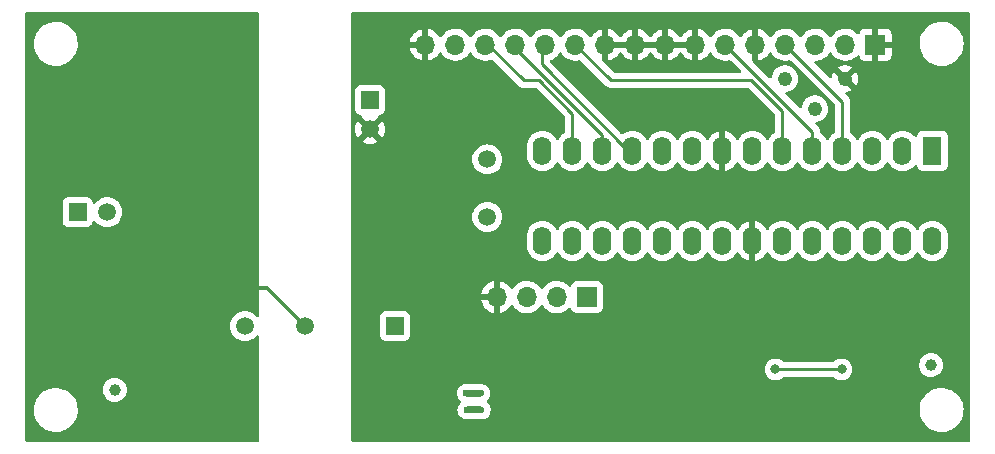
<source format=gbl>
G04 #@! TF.GenerationSoftware,KiCad,Pcbnew,(6.0.0-0)*
G04 #@! TF.CreationDate,2022-02-24T15:34:45+01:00*
G04 #@! TF.ProjectId,AC Power Supply,41432050-6f77-4657-9220-537570706c79,rev?*
G04 #@! TF.SameCoordinates,Original*
G04 #@! TF.FileFunction,Copper,L2,Bot*
G04 #@! TF.FilePolarity,Positive*
%FSLAX46Y46*%
G04 Gerber Fmt 4.6, Leading zero omitted, Abs format (unit mm)*
G04 Created by KiCad (PCBNEW (6.0.0-0)) date 2022-02-24 15:34:45*
%MOMM*%
%LPD*%
G01*
G04 APERTURE LIST*
G04 #@! TA.AperFunction,ComponentPad*
%ADD10C,1.000000*%
G04 #@! TD*
G04 #@! TA.AperFunction,ComponentPad*
%ADD11R,1.508000X1.508000*%
G04 #@! TD*
G04 #@! TA.AperFunction,ComponentPad*
%ADD12C,1.508000*%
G04 #@! TD*
G04 #@! TA.AperFunction,ComponentPad*
%ADD13C,0.600000*%
G04 #@! TD*
G04 #@! TA.AperFunction,ComponentPad*
%ADD14R,1.700000X1.700000*%
G04 #@! TD*
G04 #@! TA.AperFunction,ComponentPad*
%ADD15O,1.700000X1.700000*%
G04 #@! TD*
G04 #@! TA.AperFunction,ComponentPad*
%ADD16C,1.219200*%
G04 #@! TD*
G04 #@! TA.AperFunction,ComponentPad*
%ADD17C,1.500000*%
G04 #@! TD*
G04 #@! TA.AperFunction,ComponentPad*
%ADD18R,1.600000X2.400000*%
G04 #@! TD*
G04 #@! TA.AperFunction,ComponentPad*
%ADD19O,1.600000X2.400000*%
G04 #@! TD*
G04 #@! TA.AperFunction,ViaPad*
%ADD20C,0.800000*%
G04 #@! TD*
G04 #@! TA.AperFunction,Conductor*
%ADD21C,0.350000*%
G04 #@! TD*
G04 #@! TA.AperFunction,Conductor*
%ADD22C,0.250000*%
G04 #@! TD*
G04 APERTURE END LIST*
G36*
X86913020Y-77700000D02*
G01*
X85713020Y-77700000D01*
X85713020Y-77100000D01*
X86913020Y-77100000D01*
X86913020Y-77700000D01*
G37*
G36*
X86863020Y-76300000D02*
G01*
X85663020Y-76300000D01*
X85663020Y-75700000D01*
X86863020Y-75700000D01*
X86863020Y-76300000D01*
G37*
D10*
X125000000Y-73600000D03*
X55900000Y-78700000D03*
X55900000Y-75700000D03*
D11*
X79620000Y-70300000D03*
D12*
X77080000Y-70300000D03*
X72000000Y-70300000D03*
X66920000Y-70300000D03*
D13*
X85713020Y-77400000D03*
X86913020Y-77400000D03*
D14*
X95875000Y-67850000D03*
D15*
X93335000Y-67850000D03*
X90795000Y-67850000D03*
X88255000Y-67850000D03*
D11*
X52750000Y-60650000D03*
D12*
X55250000Y-60650000D03*
D16*
X117700000Y-49350000D03*
X115160000Y-51890000D03*
X112620000Y-49350000D03*
D13*
X85663020Y-76000000D03*
X86863020Y-76000000D03*
D17*
X87425000Y-56175000D03*
X87425000Y-61055000D03*
D18*
X125125000Y-55475000D03*
D19*
X122585000Y-55475000D03*
X120045000Y-55475000D03*
X117505000Y-55475000D03*
X114965000Y-55475000D03*
X112425000Y-55475000D03*
X109885000Y-55475000D03*
X107345000Y-55475000D03*
X104805000Y-55475000D03*
X102265000Y-55475000D03*
X99725000Y-55475000D03*
X97185000Y-55475000D03*
X94645000Y-55475000D03*
X92105000Y-55475000D03*
X92105000Y-63095000D03*
X94645000Y-63095000D03*
X97185000Y-63095000D03*
X99725000Y-63095000D03*
X102265000Y-63095000D03*
X104805000Y-63095000D03*
X107345000Y-63095000D03*
X109885000Y-63095000D03*
X112425000Y-63095000D03*
X114965000Y-63095000D03*
X117505000Y-63095000D03*
X120045000Y-63095000D03*
X122585000Y-63095000D03*
X125125000Y-63095000D03*
D12*
X77500000Y-53650000D03*
D11*
X77500000Y-51150000D03*
D14*
X120300000Y-46475000D03*
D15*
X117760000Y-46475000D03*
X115220000Y-46475000D03*
X112680000Y-46475000D03*
X110140000Y-46475000D03*
X107600000Y-46475000D03*
X105060000Y-46475000D03*
X102520000Y-46475000D03*
X99980000Y-46475000D03*
X97440000Y-46475000D03*
X94900000Y-46475000D03*
X92360000Y-46475000D03*
X89820000Y-46475000D03*
X87280000Y-46475000D03*
X84740000Y-46475000D03*
X82200000Y-46475000D03*
D20*
X66900000Y-67100000D03*
X121400000Y-79425000D03*
X81400000Y-63150000D03*
X107000000Y-78375000D03*
X119400000Y-71500000D03*
X98225000Y-68000000D03*
X119250000Y-79450000D03*
X114900000Y-78675000D03*
X81613020Y-79400000D03*
X105950000Y-52700000D03*
X81650000Y-54900000D03*
X97325000Y-73300000D03*
X104800000Y-73300000D03*
X79513020Y-79400000D03*
X127200000Y-69675000D03*
X106175000Y-71150000D03*
X83713020Y-79400000D03*
X111825000Y-73975000D03*
X117425000Y-73975000D03*
D21*
X66900000Y-67100000D02*
X68800000Y-67100000D01*
X68800000Y-67100000D02*
X72000000Y-70300000D01*
D22*
X117505000Y-51300000D02*
X112680000Y-46475000D01*
X117505000Y-55475000D02*
X117505000Y-51300000D01*
X114965000Y-53840000D02*
X114965000Y-55475000D01*
X107600000Y-46475000D02*
X114965000Y-53840000D01*
X112425000Y-55475000D02*
X112425000Y-52125000D01*
X112425000Y-52125000D02*
X109800000Y-49500000D01*
X109800000Y-49500000D02*
X97925000Y-49500000D01*
X97925000Y-49500000D02*
X94900000Y-46475000D01*
X97185000Y-54085000D02*
X97185000Y-55475000D01*
X89820000Y-46720000D02*
X97185000Y-54085000D01*
X91825000Y-49500000D02*
X90500000Y-49500000D01*
X94645000Y-52320000D02*
X91825000Y-49500000D01*
X94645000Y-55475000D02*
X94645000Y-52320000D01*
X90500000Y-49500000D02*
X87475000Y-46475000D01*
X92025000Y-46475000D02*
X92025000Y-48150000D01*
X92025000Y-48150000D02*
X99350000Y-55475000D01*
X111825000Y-73975000D02*
X117425000Y-73975000D01*
G04 #@! TA.AperFunction,Conductor*
G36*
X128234121Y-43728002D02*
G01*
X128280614Y-43781658D01*
X128292000Y-43834000D01*
X128292000Y-79966000D01*
X128271998Y-80034121D01*
X128218342Y-80080614D01*
X128166000Y-80092000D01*
X76026000Y-80092000D01*
X75957879Y-80071998D01*
X75911386Y-80018342D01*
X75900000Y-79966000D01*
X75900000Y-75988640D01*
X84849483Y-75988640D01*
X84867183Y-76169160D01*
X84924438Y-76341273D01*
X84928085Y-76347295D01*
X84928086Y-76347297D01*
X84967021Y-76411586D01*
X85018400Y-76496424D01*
X85144402Y-76626902D01*
X85147604Y-76628997D01*
X85186628Y-76686778D01*
X85188249Y-76757756D01*
X85154734Y-76815047D01*
X85082513Y-76885771D01*
X84984255Y-77038238D01*
X84981846Y-77044858D01*
X84981844Y-77044861D01*
X84967311Y-77084791D01*
X84922217Y-77208685D01*
X84899483Y-77388640D01*
X84917183Y-77569160D01*
X84974438Y-77741273D01*
X84978085Y-77747295D01*
X84978086Y-77747297D01*
X85062837Y-77887238D01*
X85068400Y-77896424D01*
X85194402Y-78026902D01*
X85346179Y-78126222D01*
X85352783Y-78128678D01*
X85352785Y-78128679D01*
X85509578Y-78186990D01*
X85509580Y-78186990D01*
X85516188Y-78189448D01*
X85572770Y-78196998D01*
X85615223Y-78202663D01*
X85620715Y-78203842D01*
X85628558Y-78205014D01*
X85637161Y-78207587D01*
X85646134Y-78207642D01*
X85647138Y-78207792D01*
X85660761Y-78208739D01*
X85675339Y-78210684D01*
X85689001Y-78212507D01*
X85689004Y-78212507D01*
X85695981Y-78213438D01*
X85702992Y-78212800D01*
X85702996Y-78212800D01*
X85730796Y-78210270D01*
X85746441Y-78208846D01*
X85758621Y-78208329D01*
X85777306Y-78208443D01*
X85778737Y-78208452D01*
X85782672Y-78208476D01*
X85784016Y-78208092D01*
X85785362Y-78208000D01*
X86846857Y-78208000D01*
X86863521Y-78209107D01*
X86888999Y-78212507D01*
X86889004Y-78212507D01*
X86895981Y-78213438D01*
X86902992Y-78212800D01*
X86902996Y-78212800D01*
X86930796Y-78210270D01*
X86946441Y-78208846D01*
X86958621Y-78208329D01*
X86982672Y-78208476D01*
X86991307Y-78206008D01*
X87000196Y-78204790D01*
X87000203Y-78204843D01*
X87009497Y-78203107D01*
X87076620Y-78196998D01*
X87083322Y-78194820D01*
X87083324Y-78194820D01*
X87242429Y-78143124D01*
X87242432Y-78143123D01*
X87249128Y-78140947D01*
X87404932Y-78048069D01*
X87536286Y-77922982D01*
X87636663Y-77771902D01*
X87691669Y-77627100D01*
X87698575Y-77608920D01*
X87698576Y-77608918D01*
X87701075Y-77602338D01*
X87702055Y-77595366D01*
X87723570Y-77442277D01*
X124037009Y-77442277D01*
X124062625Y-77710769D01*
X124063710Y-77715203D01*
X124063711Y-77715209D01*
X124108054Y-77896424D01*
X124126731Y-77972750D01*
X124227985Y-78222733D01*
X124364265Y-78455482D01*
X124367118Y-78459049D01*
X124484686Y-78606060D01*
X124532716Y-78666119D01*
X124729809Y-78850234D01*
X124951416Y-79003968D01*
X124955499Y-79005999D01*
X124955502Y-79006001D01*
X125071013Y-79063466D01*
X125192894Y-79124101D01*
X125197228Y-79125522D01*
X125197231Y-79125523D01*
X125444853Y-79206698D01*
X125444859Y-79206699D01*
X125449186Y-79208118D01*
X125453677Y-79208898D01*
X125453678Y-79208898D01*
X125711140Y-79253601D01*
X125711148Y-79253602D01*
X125714921Y-79254257D01*
X125718758Y-79254448D01*
X125798578Y-79258422D01*
X125798586Y-79258422D01*
X125800149Y-79258500D01*
X125968512Y-79258500D01*
X125970780Y-79258335D01*
X125970792Y-79258335D01*
X126101884Y-79248823D01*
X126169004Y-79243953D01*
X126173459Y-79242969D01*
X126173462Y-79242969D01*
X126427912Y-79186791D01*
X126427916Y-79186790D01*
X126432372Y-79185806D01*
X126558480Y-79138028D01*
X126680318Y-79091868D01*
X126680321Y-79091867D01*
X126684588Y-79090250D01*
X126920368Y-78959286D01*
X127134773Y-78795657D01*
X127323312Y-78602792D01*
X127482034Y-78384730D01*
X127565190Y-78226676D01*
X127605490Y-78150079D01*
X127605493Y-78150073D01*
X127607615Y-78146039D01*
X127609414Y-78140947D01*
X127695902Y-77896033D01*
X127695902Y-77896032D01*
X127697425Y-77891720D01*
X127749581Y-77627100D01*
X127752133Y-77575844D01*
X127762764Y-77362292D01*
X127762764Y-77362286D01*
X127762991Y-77357723D01*
X127737375Y-77089231D01*
X127725933Y-77042469D01*
X127674355Y-76831688D01*
X127673269Y-76827250D01*
X127572015Y-76577267D01*
X127435735Y-76344518D01*
X127316455Y-76195366D01*
X127270136Y-76137447D01*
X127270135Y-76137445D01*
X127267284Y-76133881D01*
X127070191Y-75949766D01*
X126848584Y-75796032D01*
X126844501Y-75794001D01*
X126844498Y-75793999D01*
X126679606Y-75711967D01*
X126607106Y-75675899D01*
X126602772Y-75674478D01*
X126602769Y-75674477D01*
X126355147Y-75593302D01*
X126355141Y-75593301D01*
X126350814Y-75591882D01*
X126346322Y-75591102D01*
X126088860Y-75546399D01*
X126088852Y-75546398D01*
X126085079Y-75545743D01*
X126073817Y-75545182D01*
X126001422Y-75541578D01*
X126001414Y-75541578D01*
X125999851Y-75541500D01*
X125831488Y-75541500D01*
X125829220Y-75541665D01*
X125829208Y-75541665D01*
X125698116Y-75551177D01*
X125630996Y-75556047D01*
X125626541Y-75557031D01*
X125626538Y-75557031D01*
X125372088Y-75613209D01*
X125372084Y-75613210D01*
X125367628Y-75614194D01*
X125286684Y-75644861D01*
X125119682Y-75708132D01*
X125119679Y-75708133D01*
X125115412Y-75709750D01*
X124879632Y-75840714D01*
X124876000Y-75843486D01*
X124676614Y-75995653D01*
X124665227Y-76004343D01*
X124476688Y-76197208D01*
X124317966Y-76415270D01*
X124315844Y-76419304D01*
X124194510Y-76649921D01*
X124194507Y-76649927D01*
X124192385Y-76653961D01*
X124190865Y-76658266D01*
X124190863Y-76658270D01*
X124107397Y-76894624D01*
X124102575Y-76908280D01*
X124050419Y-77172900D01*
X124050192Y-77177453D01*
X124050192Y-77177456D01*
X124037983Y-77422717D01*
X124037009Y-77442277D01*
X87723570Y-77442277D01*
X87725768Y-77426639D01*
X87725768Y-77426636D01*
X87726319Y-77422717D01*
X87726636Y-77400000D01*
X87706417Y-77219745D01*
X87704100Y-77213091D01*
X87649084Y-77055106D01*
X87649082Y-77055103D01*
X87646765Y-77048448D01*
X87550646Y-76894624D01*
X87422835Y-76765918D01*
X87424422Y-76764342D01*
X87389963Y-76714846D01*
X87387338Y-76643897D01*
X87422572Y-76583656D01*
X87433422Y-76573324D01*
X87486286Y-76522982D01*
X87586663Y-76371902D01*
X87651075Y-76202338D01*
X87652255Y-76193940D01*
X87675768Y-76026639D01*
X87675768Y-76026636D01*
X87676319Y-76022717D01*
X87676530Y-76007611D01*
X87676581Y-76003962D01*
X87676581Y-76003957D01*
X87676636Y-76000000D01*
X87656417Y-75819745D01*
X87654100Y-75813091D01*
X87599084Y-75655106D01*
X87599082Y-75655103D01*
X87596765Y-75648448D01*
X87500646Y-75494624D01*
X87486961Y-75480843D01*
X87377798Y-75370915D01*
X87377794Y-75370912D01*
X87372835Y-75365918D01*
X87361717Y-75358862D01*
X87313558Y-75328300D01*
X87219686Y-75268727D01*
X87190483Y-75258328D01*
X87055445Y-75210243D01*
X87055440Y-75210242D01*
X87048810Y-75207881D01*
X87041822Y-75207048D01*
X87041819Y-75207047D01*
X86962778Y-75197622D01*
X86956360Y-75196290D01*
X86956357Y-75196312D01*
X86947480Y-75194985D01*
X86938879Y-75192413D01*
X86929904Y-75192358D01*
X86929902Y-75192358D01*
X86925124Y-75192329D01*
X86910975Y-75191445D01*
X86875694Y-75187238D01*
X86868700Y-75186404D01*
X86861698Y-75187140D01*
X86861696Y-75187140D01*
X86825477Y-75190947D01*
X86811536Y-75191635D01*
X86797305Y-75191548D01*
X86797304Y-75191548D01*
X86793368Y-75191524D01*
X86792024Y-75191908D01*
X86790680Y-75192000D01*
X85723118Y-75192000D01*
X85708199Y-75191114D01*
X85704292Y-75190648D01*
X85668700Y-75186404D01*
X85661698Y-75187140D01*
X85661696Y-75187140D01*
X85625477Y-75190947D01*
X85611536Y-75191635D01*
X85604061Y-75191589D01*
X85593368Y-75191524D01*
X85584734Y-75193991D01*
X85578774Y-75194808D01*
X85566981Y-75197095D01*
X85495308Y-75204628D01*
X85495306Y-75204629D01*
X85488308Y-75205364D01*
X85316599Y-75263818D01*
X85310595Y-75267512D01*
X85168115Y-75355166D01*
X85168112Y-75355168D01*
X85162108Y-75358862D01*
X85157073Y-75363793D01*
X85157070Y-75363795D01*
X85037545Y-75480843D01*
X85032513Y-75485771D01*
X84934255Y-75638238D01*
X84931846Y-75644858D01*
X84931844Y-75644861D01*
X84877562Y-75793999D01*
X84872217Y-75808685D01*
X84849483Y-75988640D01*
X75900000Y-75988640D01*
X75900000Y-73975000D01*
X110911496Y-73975000D01*
X110912186Y-73981565D01*
X110930287Y-74153783D01*
X110931458Y-74164928D01*
X110990473Y-74346556D01*
X111085960Y-74511944D01*
X111090378Y-74516851D01*
X111090379Y-74516852D01*
X111172899Y-74608500D01*
X111213747Y-74653866D01*
X111368248Y-74766118D01*
X111374276Y-74768802D01*
X111374278Y-74768803D01*
X111536681Y-74841109D01*
X111542712Y-74843794D01*
X111636113Y-74863647D01*
X111723056Y-74882128D01*
X111723061Y-74882128D01*
X111729513Y-74883500D01*
X111920487Y-74883500D01*
X111926939Y-74882128D01*
X111926944Y-74882128D01*
X112013887Y-74863647D01*
X112107288Y-74843794D01*
X112113319Y-74841109D01*
X112275722Y-74768803D01*
X112275724Y-74768802D01*
X112281752Y-74766118D01*
X112436253Y-74653866D01*
X112440668Y-74648963D01*
X112445580Y-74644540D01*
X112446705Y-74645789D01*
X112500014Y-74612949D01*
X112533200Y-74608500D01*
X116716800Y-74608500D01*
X116784921Y-74628502D01*
X116804147Y-74644843D01*
X116804420Y-74644540D01*
X116809332Y-74648963D01*
X116813747Y-74653866D01*
X116968248Y-74766118D01*
X116974276Y-74768802D01*
X116974278Y-74768803D01*
X117136681Y-74841109D01*
X117142712Y-74843794D01*
X117236113Y-74863647D01*
X117323056Y-74882128D01*
X117323061Y-74882128D01*
X117329513Y-74883500D01*
X117520487Y-74883500D01*
X117526939Y-74882128D01*
X117526944Y-74882128D01*
X117613887Y-74863647D01*
X117707288Y-74843794D01*
X117713319Y-74841109D01*
X117875722Y-74768803D01*
X117875724Y-74768802D01*
X117881752Y-74766118D01*
X118036253Y-74653866D01*
X118077101Y-74608500D01*
X118159621Y-74516852D01*
X118159622Y-74516851D01*
X118164040Y-74511944D01*
X118259527Y-74346556D01*
X118318542Y-74164928D01*
X118319714Y-74153783D01*
X118337814Y-73981565D01*
X118338504Y-73975000D01*
X118337676Y-73967123D01*
X118319232Y-73791635D01*
X118319232Y-73791633D01*
X118318542Y-73785072D01*
X118259527Y-73603444D01*
X118249370Y-73585851D01*
X123986719Y-73585851D01*
X124003268Y-73782934D01*
X124057783Y-73973050D01*
X124148187Y-74148956D01*
X124271035Y-74303953D01*
X124275728Y-74307947D01*
X124275729Y-74307948D01*
X124321094Y-74346556D01*
X124421650Y-74432136D01*
X124594294Y-74528624D01*
X124782392Y-74589740D01*
X124978777Y-74613158D01*
X124984912Y-74612686D01*
X124984914Y-74612686D01*
X125169830Y-74598457D01*
X125169834Y-74598456D01*
X125175972Y-74597984D01*
X125366463Y-74544798D01*
X125371967Y-74542018D01*
X125371969Y-74542017D01*
X125537495Y-74458404D01*
X125537497Y-74458403D01*
X125542996Y-74455625D01*
X125698847Y-74333861D01*
X125828078Y-74184145D01*
X125925769Y-74012179D01*
X125988197Y-73824513D01*
X126012985Y-73628295D01*
X126013380Y-73600000D01*
X125994080Y-73403167D01*
X125936916Y-73213831D01*
X125844066Y-73039204D01*
X125773709Y-72952938D01*
X125722960Y-72890713D01*
X125722957Y-72890710D01*
X125719065Y-72885938D01*
X125712724Y-72880692D01*
X125571425Y-72763799D01*
X125571421Y-72763797D01*
X125566675Y-72759870D01*
X125392701Y-72665802D01*
X125203768Y-72607318D01*
X125197643Y-72606674D01*
X125197642Y-72606674D01*
X125013204Y-72587289D01*
X125013202Y-72587289D01*
X125007075Y-72586645D01*
X124924576Y-72594153D01*
X124816251Y-72604011D01*
X124816248Y-72604012D01*
X124810112Y-72604570D01*
X124804206Y-72606308D01*
X124804202Y-72606309D01*
X124699076Y-72637249D01*
X124620381Y-72660410D01*
X124614923Y-72663263D01*
X124614919Y-72663265D01*
X124524147Y-72710720D01*
X124445110Y-72752040D01*
X124290975Y-72875968D01*
X124163846Y-73027474D01*
X124160879Y-73032872D01*
X124160875Y-73032877D01*
X124157397Y-73039204D01*
X124068567Y-73200787D01*
X124066706Y-73206654D01*
X124066705Y-73206656D01*
X124030275Y-73321498D01*
X124008765Y-73389306D01*
X123986719Y-73585851D01*
X118249370Y-73585851D01*
X118245834Y-73579726D01*
X118167341Y-73443774D01*
X118164040Y-73438056D01*
X118120146Y-73389306D01*
X118040675Y-73301045D01*
X118040674Y-73301044D01*
X118036253Y-73296134D01*
X117881752Y-73183882D01*
X117875724Y-73181198D01*
X117875722Y-73181197D01*
X117713319Y-73108891D01*
X117713318Y-73108891D01*
X117707288Y-73106206D01*
X117613887Y-73086353D01*
X117526944Y-73067872D01*
X117526939Y-73067872D01*
X117520487Y-73066500D01*
X117329513Y-73066500D01*
X117323061Y-73067872D01*
X117323056Y-73067872D01*
X117236113Y-73086353D01*
X117142712Y-73106206D01*
X117136682Y-73108891D01*
X117136681Y-73108891D01*
X116974278Y-73181197D01*
X116974276Y-73181198D01*
X116968248Y-73183882D01*
X116813747Y-73296134D01*
X116809332Y-73301037D01*
X116804420Y-73305460D01*
X116803295Y-73304211D01*
X116749986Y-73337051D01*
X116716800Y-73341500D01*
X112533200Y-73341500D01*
X112465079Y-73321498D01*
X112445853Y-73305157D01*
X112445580Y-73305460D01*
X112440668Y-73301037D01*
X112436253Y-73296134D01*
X112281752Y-73183882D01*
X112275724Y-73181198D01*
X112275722Y-73181197D01*
X112113319Y-73108891D01*
X112113318Y-73108891D01*
X112107288Y-73106206D01*
X112013887Y-73086353D01*
X111926944Y-73067872D01*
X111926939Y-73067872D01*
X111920487Y-73066500D01*
X111729513Y-73066500D01*
X111723061Y-73067872D01*
X111723056Y-73067872D01*
X111636113Y-73086353D01*
X111542712Y-73106206D01*
X111536682Y-73108891D01*
X111536681Y-73108891D01*
X111374278Y-73181197D01*
X111374276Y-73181198D01*
X111368248Y-73183882D01*
X111213747Y-73296134D01*
X111209326Y-73301044D01*
X111209325Y-73301045D01*
X111129855Y-73389306D01*
X111085960Y-73438056D01*
X111082659Y-73443774D01*
X111004167Y-73579726D01*
X110990473Y-73603444D01*
X110931458Y-73785072D01*
X110930768Y-73791633D01*
X110930768Y-73791635D01*
X110912324Y-73967123D01*
X110911496Y-73975000D01*
X75900000Y-73975000D01*
X75900000Y-71102134D01*
X78357500Y-71102134D01*
X78364255Y-71164316D01*
X78415385Y-71300705D01*
X78502739Y-71417261D01*
X78619295Y-71504615D01*
X78755684Y-71555745D01*
X78817866Y-71562500D01*
X80422134Y-71562500D01*
X80484316Y-71555745D01*
X80620705Y-71504615D01*
X80737261Y-71417261D01*
X80824615Y-71300705D01*
X80875745Y-71164316D01*
X80882500Y-71102134D01*
X80882500Y-69497866D01*
X80875745Y-69435684D01*
X80824615Y-69299295D01*
X80737261Y-69182739D01*
X80620705Y-69095385D01*
X80484316Y-69044255D01*
X80422134Y-69037500D01*
X78817866Y-69037500D01*
X78755684Y-69044255D01*
X78619295Y-69095385D01*
X78502739Y-69182739D01*
X78415385Y-69299295D01*
X78364255Y-69435684D01*
X78357500Y-69497866D01*
X78357500Y-71102134D01*
X75900000Y-71102134D01*
X75900000Y-68117966D01*
X86923257Y-68117966D01*
X86953565Y-68252446D01*
X86956645Y-68262275D01*
X87036770Y-68459603D01*
X87041413Y-68468794D01*
X87152694Y-68650388D01*
X87158777Y-68658699D01*
X87298213Y-68819667D01*
X87305580Y-68826883D01*
X87469434Y-68962916D01*
X87477881Y-68968831D01*
X87661756Y-69076279D01*
X87671042Y-69080729D01*
X87870001Y-69156703D01*
X87879899Y-69159579D01*
X87983250Y-69180606D01*
X87997299Y-69179410D01*
X88001000Y-69169065D01*
X88001000Y-69168517D01*
X88509000Y-69168517D01*
X88513064Y-69182359D01*
X88526478Y-69184393D01*
X88533184Y-69183534D01*
X88543262Y-69181392D01*
X88747255Y-69120191D01*
X88756842Y-69116433D01*
X88948095Y-69022739D01*
X88956945Y-69017464D01*
X89130328Y-68893792D01*
X89138200Y-68887139D01*
X89289052Y-68736812D01*
X89295730Y-68728965D01*
X89423022Y-68551819D01*
X89424279Y-68552722D01*
X89471373Y-68509362D01*
X89541311Y-68497145D01*
X89606751Y-68524678D01*
X89634579Y-68556511D01*
X89694987Y-68655088D01*
X89841250Y-68823938D01*
X90013126Y-68966632D01*
X90206000Y-69079338D01*
X90210825Y-69081180D01*
X90210826Y-69081181D01*
X90248023Y-69095385D01*
X90414692Y-69159030D01*
X90419760Y-69160061D01*
X90419763Y-69160062D01*
X90504776Y-69177358D01*
X90633597Y-69203567D01*
X90638772Y-69203757D01*
X90638774Y-69203757D01*
X90851673Y-69211564D01*
X90851677Y-69211564D01*
X90856837Y-69211753D01*
X90861957Y-69211097D01*
X90861959Y-69211097D01*
X91073288Y-69184025D01*
X91073289Y-69184025D01*
X91078416Y-69183368D01*
X91083366Y-69181883D01*
X91287429Y-69120661D01*
X91287434Y-69120659D01*
X91292384Y-69119174D01*
X91492994Y-69020896D01*
X91674860Y-68891173D01*
X91833096Y-68733489D01*
X91963453Y-68552077D01*
X91964776Y-68553028D01*
X92011645Y-68509857D01*
X92081580Y-68497625D01*
X92147026Y-68525144D01*
X92174875Y-68556994D01*
X92234987Y-68655088D01*
X92381250Y-68823938D01*
X92553126Y-68966632D01*
X92746000Y-69079338D01*
X92750825Y-69081180D01*
X92750826Y-69081181D01*
X92788023Y-69095385D01*
X92954692Y-69159030D01*
X92959760Y-69160061D01*
X92959763Y-69160062D01*
X93044776Y-69177358D01*
X93173597Y-69203567D01*
X93178772Y-69203757D01*
X93178774Y-69203757D01*
X93391673Y-69211564D01*
X93391677Y-69211564D01*
X93396837Y-69211753D01*
X93401957Y-69211097D01*
X93401959Y-69211097D01*
X93613288Y-69184025D01*
X93613289Y-69184025D01*
X93618416Y-69183368D01*
X93623366Y-69181883D01*
X93827429Y-69120661D01*
X93827434Y-69120659D01*
X93832384Y-69119174D01*
X94032994Y-69020896D01*
X94214860Y-68891173D01*
X94323091Y-68783319D01*
X94385462Y-68749404D01*
X94456268Y-68754592D01*
X94513030Y-68797238D01*
X94530012Y-68828341D01*
X94574385Y-68946705D01*
X94661739Y-69063261D01*
X94778295Y-69150615D01*
X94914684Y-69201745D01*
X94976866Y-69208500D01*
X96773134Y-69208500D01*
X96835316Y-69201745D01*
X96971705Y-69150615D01*
X97088261Y-69063261D01*
X97175615Y-68946705D01*
X97226745Y-68810316D01*
X97233500Y-68748134D01*
X97233500Y-66951866D01*
X97226745Y-66889684D01*
X97175615Y-66753295D01*
X97088261Y-66636739D01*
X96971705Y-66549385D01*
X96835316Y-66498255D01*
X96773134Y-66491500D01*
X94976866Y-66491500D01*
X94914684Y-66498255D01*
X94778295Y-66549385D01*
X94661739Y-66636739D01*
X94574385Y-66753295D01*
X94571233Y-66761703D01*
X94529919Y-66871907D01*
X94487277Y-66928671D01*
X94420716Y-66953371D01*
X94351367Y-66938163D01*
X94318743Y-66912476D01*
X94268151Y-66856875D01*
X94268142Y-66856866D01*
X94264670Y-66853051D01*
X94260619Y-66849852D01*
X94260615Y-66849848D01*
X94093414Y-66717800D01*
X94093410Y-66717798D01*
X94089359Y-66714598D01*
X94053028Y-66694542D01*
X94037136Y-66685769D01*
X93893789Y-66606638D01*
X93888920Y-66604914D01*
X93888916Y-66604912D01*
X93688087Y-66533795D01*
X93688083Y-66533794D01*
X93683212Y-66532069D01*
X93678119Y-66531162D01*
X93678116Y-66531161D01*
X93468373Y-66493800D01*
X93468367Y-66493799D01*
X93463284Y-66492894D01*
X93389452Y-66491992D01*
X93245081Y-66490228D01*
X93245079Y-66490228D01*
X93239911Y-66490165D01*
X93019091Y-66523955D01*
X92806756Y-66593357D01*
X92608607Y-66696507D01*
X92604474Y-66699610D01*
X92604471Y-66699612D01*
X92434100Y-66827530D01*
X92429965Y-66830635D01*
X92404541Y-66857240D01*
X92336280Y-66928671D01*
X92275629Y-66992138D01*
X92168201Y-67149621D01*
X92113293Y-67194621D01*
X92042768Y-67202792D01*
X91979021Y-67171538D01*
X91958324Y-67147054D01*
X91877822Y-67022617D01*
X91877820Y-67022614D01*
X91875014Y-67018277D01*
X91724670Y-66853051D01*
X91720619Y-66849852D01*
X91720615Y-66849848D01*
X91553414Y-66717800D01*
X91553410Y-66717798D01*
X91549359Y-66714598D01*
X91513028Y-66694542D01*
X91497136Y-66685769D01*
X91353789Y-66606638D01*
X91348920Y-66604914D01*
X91348916Y-66604912D01*
X91148087Y-66533795D01*
X91148083Y-66533794D01*
X91143212Y-66532069D01*
X91138119Y-66531162D01*
X91138116Y-66531161D01*
X90928373Y-66493800D01*
X90928367Y-66493799D01*
X90923284Y-66492894D01*
X90849452Y-66491992D01*
X90705081Y-66490228D01*
X90705079Y-66490228D01*
X90699911Y-66490165D01*
X90479091Y-66523955D01*
X90266756Y-66593357D01*
X90068607Y-66696507D01*
X90064474Y-66699610D01*
X90064471Y-66699612D01*
X89894100Y-66827530D01*
X89889965Y-66830635D01*
X89864541Y-66857240D01*
X89796280Y-66928671D01*
X89735629Y-66992138D01*
X89732720Y-66996403D01*
X89732714Y-66996411D01*
X89720404Y-67014457D01*
X89628204Y-67149618D01*
X89627898Y-67150066D01*
X89572987Y-67195069D01*
X89502462Y-67203240D01*
X89438715Y-67171986D01*
X89418018Y-67147502D01*
X89337426Y-67022926D01*
X89331136Y-67014757D01*
X89187806Y-66857240D01*
X89180273Y-66850215D01*
X89013139Y-66718222D01*
X89004552Y-66712517D01*
X88818117Y-66609599D01*
X88808705Y-66605369D01*
X88607959Y-66534280D01*
X88597988Y-66531646D01*
X88526837Y-66518972D01*
X88513540Y-66520432D01*
X88509000Y-66534989D01*
X88509000Y-69168517D01*
X88001000Y-69168517D01*
X88001000Y-68122115D01*
X87996525Y-68106876D01*
X87995135Y-68105671D01*
X87987452Y-68104000D01*
X86938225Y-68104000D01*
X86924694Y-68107973D01*
X86923257Y-68117966D01*
X75900000Y-68117966D01*
X75900000Y-67584183D01*
X86919389Y-67584183D01*
X86920912Y-67592607D01*
X86933292Y-67596000D01*
X87982885Y-67596000D01*
X87998124Y-67591525D01*
X87999329Y-67590135D01*
X88001000Y-67582452D01*
X88001000Y-66533102D01*
X87997082Y-66519758D01*
X87982806Y-66517771D01*
X87944324Y-66523660D01*
X87934288Y-66526051D01*
X87731868Y-66592212D01*
X87722359Y-66596209D01*
X87533463Y-66694542D01*
X87524738Y-66700036D01*
X87354433Y-66827905D01*
X87346726Y-66834748D01*
X87199590Y-66988717D01*
X87193104Y-66996727D01*
X87073098Y-67172649D01*
X87068000Y-67181623D01*
X86978338Y-67374783D01*
X86974775Y-67384470D01*
X86919389Y-67584183D01*
X75900000Y-67584183D01*
X75900000Y-63552127D01*
X90796500Y-63552127D01*
X90811457Y-63723087D01*
X90870716Y-63944243D01*
X90873039Y-63949224D01*
X90873039Y-63949225D01*
X90965151Y-64146762D01*
X90965154Y-64146767D01*
X90967477Y-64151749D01*
X91098802Y-64339300D01*
X91260700Y-64501198D01*
X91265208Y-64504355D01*
X91265211Y-64504357D01*
X91343389Y-64559098D01*
X91448251Y-64632523D01*
X91453233Y-64634846D01*
X91453238Y-64634849D01*
X91649765Y-64726490D01*
X91655757Y-64729284D01*
X91661065Y-64730706D01*
X91661067Y-64730707D01*
X91871598Y-64787119D01*
X91871600Y-64787119D01*
X91876913Y-64788543D01*
X92105000Y-64808498D01*
X92333087Y-64788543D01*
X92338400Y-64787119D01*
X92338402Y-64787119D01*
X92548933Y-64730707D01*
X92548935Y-64730706D01*
X92554243Y-64729284D01*
X92560235Y-64726490D01*
X92756762Y-64634849D01*
X92756767Y-64634846D01*
X92761749Y-64632523D01*
X92866611Y-64559098D01*
X92944789Y-64504357D01*
X92944792Y-64504355D01*
X92949300Y-64501198D01*
X93111198Y-64339300D01*
X93242523Y-64151749D01*
X93244846Y-64146767D01*
X93244849Y-64146762D01*
X93260805Y-64112543D01*
X93307722Y-64059258D01*
X93375999Y-64039797D01*
X93443959Y-64060339D01*
X93489195Y-64112543D01*
X93505151Y-64146762D01*
X93505154Y-64146767D01*
X93507477Y-64151749D01*
X93638802Y-64339300D01*
X93800700Y-64501198D01*
X93805208Y-64504355D01*
X93805211Y-64504357D01*
X93883389Y-64559098D01*
X93988251Y-64632523D01*
X93993233Y-64634846D01*
X93993238Y-64634849D01*
X94189765Y-64726490D01*
X94195757Y-64729284D01*
X94201065Y-64730706D01*
X94201067Y-64730707D01*
X94411598Y-64787119D01*
X94411600Y-64787119D01*
X94416913Y-64788543D01*
X94645000Y-64808498D01*
X94873087Y-64788543D01*
X94878400Y-64787119D01*
X94878402Y-64787119D01*
X95088933Y-64730707D01*
X95088935Y-64730706D01*
X95094243Y-64729284D01*
X95100235Y-64726490D01*
X95296762Y-64634849D01*
X95296767Y-64634846D01*
X95301749Y-64632523D01*
X95406611Y-64559098D01*
X95484789Y-64504357D01*
X95484792Y-64504355D01*
X95489300Y-64501198D01*
X95651198Y-64339300D01*
X95782523Y-64151749D01*
X95784846Y-64146767D01*
X95784849Y-64146762D01*
X95800805Y-64112543D01*
X95847722Y-64059258D01*
X95915999Y-64039797D01*
X95983959Y-64060339D01*
X96029195Y-64112543D01*
X96045151Y-64146762D01*
X96045154Y-64146767D01*
X96047477Y-64151749D01*
X96178802Y-64339300D01*
X96340700Y-64501198D01*
X96345208Y-64504355D01*
X96345211Y-64504357D01*
X96423389Y-64559098D01*
X96528251Y-64632523D01*
X96533233Y-64634846D01*
X96533238Y-64634849D01*
X96729765Y-64726490D01*
X96735757Y-64729284D01*
X96741065Y-64730706D01*
X96741067Y-64730707D01*
X96951598Y-64787119D01*
X96951600Y-64787119D01*
X96956913Y-64788543D01*
X97185000Y-64808498D01*
X97413087Y-64788543D01*
X97418400Y-64787119D01*
X97418402Y-64787119D01*
X97628933Y-64730707D01*
X97628935Y-64730706D01*
X97634243Y-64729284D01*
X97640235Y-64726490D01*
X97836762Y-64634849D01*
X97836767Y-64634846D01*
X97841749Y-64632523D01*
X97946611Y-64559098D01*
X98024789Y-64504357D01*
X98024792Y-64504355D01*
X98029300Y-64501198D01*
X98191198Y-64339300D01*
X98322523Y-64151749D01*
X98324846Y-64146767D01*
X98324849Y-64146762D01*
X98340805Y-64112543D01*
X98387722Y-64059258D01*
X98455999Y-64039797D01*
X98523959Y-64060339D01*
X98569195Y-64112543D01*
X98585151Y-64146762D01*
X98585154Y-64146767D01*
X98587477Y-64151749D01*
X98718802Y-64339300D01*
X98880700Y-64501198D01*
X98885208Y-64504355D01*
X98885211Y-64504357D01*
X98963389Y-64559098D01*
X99068251Y-64632523D01*
X99073233Y-64634846D01*
X99073238Y-64634849D01*
X99269765Y-64726490D01*
X99275757Y-64729284D01*
X99281065Y-64730706D01*
X99281067Y-64730707D01*
X99491598Y-64787119D01*
X99491600Y-64787119D01*
X99496913Y-64788543D01*
X99725000Y-64808498D01*
X99953087Y-64788543D01*
X99958400Y-64787119D01*
X99958402Y-64787119D01*
X100168933Y-64730707D01*
X100168935Y-64730706D01*
X100174243Y-64729284D01*
X100180235Y-64726490D01*
X100376762Y-64634849D01*
X100376767Y-64634846D01*
X100381749Y-64632523D01*
X100486611Y-64559098D01*
X100564789Y-64504357D01*
X100564792Y-64504355D01*
X100569300Y-64501198D01*
X100731198Y-64339300D01*
X100862523Y-64151749D01*
X100864846Y-64146767D01*
X100864849Y-64146762D01*
X100880805Y-64112543D01*
X100927722Y-64059258D01*
X100995999Y-64039797D01*
X101063959Y-64060339D01*
X101109195Y-64112543D01*
X101125151Y-64146762D01*
X101125154Y-64146767D01*
X101127477Y-64151749D01*
X101258802Y-64339300D01*
X101420700Y-64501198D01*
X101425208Y-64504355D01*
X101425211Y-64504357D01*
X101503389Y-64559098D01*
X101608251Y-64632523D01*
X101613233Y-64634846D01*
X101613238Y-64634849D01*
X101809765Y-64726490D01*
X101815757Y-64729284D01*
X101821065Y-64730706D01*
X101821067Y-64730707D01*
X102031598Y-64787119D01*
X102031600Y-64787119D01*
X102036913Y-64788543D01*
X102265000Y-64808498D01*
X102493087Y-64788543D01*
X102498400Y-64787119D01*
X102498402Y-64787119D01*
X102708933Y-64730707D01*
X102708935Y-64730706D01*
X102714243Y-64729284D01*
X102720235Y-64726490D01*
X102916762Y-64634849D01*
X102916767Y-64634846D01*
X102921749Y-64632523D01*
X103026611Y-64559098D01*
X103104789Y-64504357D01*
X103104792Y-64504355D01*
X103109300Y-64501198D01*
X103271198Y-64339300D01*
X103402523Y-64151749D01*
X103404846Y-64146767D01*
X103404849Y-64146762D01*
X103420805Y-64112543D01*
X103467722Y-64059258D01*
X103535999Y-64039797D01*
X103603959Y-64060339D01*
X103649195Y-64112543D01*
X103665151Y-64146762D01*
X103665154Y-64146767D01*
X103667477Y-64151749D01*
X103798802Y-64339300D01*
X103960700Y-64501198D01*
X103965208Y-64504355D01*
X103965211Y-64504357D01*
X104043389Y-64559098D01*
X104148251Y-64632523D01*
X104153233Y-64634846D01*
X104153238Y-64634849D01*
X104349765Y-64726490D01*
X104355757Y-64729284D01*
X104361065Y-64730706D01*
X104361067Y-64730707D01*
X104571598Y-64787119D01*
X104571600Y-64787119D01*
X104576913Y-64788543D01*
X104805000Y-64808498D01*
X105033087Y-64788543D01*
X105038400Y-64787119D01*
X105038402Y-64787119D01*
X105248933Y-64730707D01*
X105248935Y-64730706D01*
X105254243Y-64729284D01*
X105260235Y-64726490D01*
X105456762Y-64634849D01*
X105456767Y-64634846D01*
X105461749Y-64632523D01*
X105566611Y-64559098D01*
X105644789Y-64504357D01*
X105644792Y-64504355D01*
X105649300Y-64501198D01*
X105811198Y-64339300D01*
X105942523Y-64151749D01*
X105944846Y-64146767D01*
X105944849Y-64146762D01*
X105960805Y-64112543D01*
X106007722Y-64059258D01*
X106075999Y-64039797D01*
X106143959Y-64060339D01*
X106189195Y-64112543D01*
X106205151Y-64146762D01*
X106205154Y-64146767D01*
X106207477Y-64151749D01*
X106338802Y-64339300D01*
X106500700Y-64501198D01*
X106505208Y-64504355D01*
X106505211Y-64504357D01*
X106583389Y-64559098D01*
X106688251Y-64632523D01*
X106693233Y-64634846D01*
X106693238Y-64634849D01*
X106889765Y-64726490D01*
X106895757Y-64729284D01*
X106901065Y-64730706D01*
X106901067Y-64730707D01*
X107111598Y-64787119D01*
X107111600Y-64787119D01*
X107116913Y-64788543D01*
X107345000Y-64808498D01*
X107573087Y-64788543D01*
X107578400Y-64787119D01*
X107578402Y-64787119D01*
X107788933Y-64730707D01*
X107788935Y-64730706D01*
X107794243Y-64729284D01*
X107800235Y-64726490D01*
X107996762Y-64634849D01*
X107996767Y-64634846D01*
X108001749Y-64632523D01*
X108106611Y-64559098D01*
X108184789Y-64504357D01*
X108184792Y-64504355D01*
X108189300Y-64501198D01*
X108351198Y-64339300D01*
X108482523Y-64151749D01*
X108484846Y-64146767D01*
X108484849Y-64146762D01*
X108501081Y-64111951D01*
X108547998Y-64058666D01*
X108616275Y-64039205D01*
X108684235Y-64059747D01*
X108729471Y-64111951D01*
X108745586Y-64146511D01*
X108751069Y-64156007D01*
X108876028Y-64334467D01*
X108883084Y-64342875D01*
X109037125Y-64496916D01*
X109045533Y-64503972D01*
X109223993Y-64628931D01*
X109233489Y-64634414D01*
X109430947Y-64726490D01*
X109441239Y-64730236D01*
X109613503Y-64776394D01*
X109627599Y-64776058D01*
X109631000Y-64768116D01*
X109631000Y-64762967D01*
X110139000Y-64762967D01*
X110142973Y-64776498D01*
X110151522Y-64777727D01*
X110328761Y-64730236D01*
X110339053Y-64726490D01*
X110536511Y-64634414D01*
X110546007Y-64628931D01*
X110724467Y-64503972D01*
X110732875Y-64496916D01*
X110886916Y-64342875D01*
X110893972Y-64334467D01*
X111018931Y-64156007D01*
X111024414Y-64146511D01*
X111040529Y-64111951D01*
X111087446Y-64058666D01*
X111155723Y-64039205D01*
X111223683Y-64059747D01*
X111268919Y-64111951D01*
X111285151Y-64146762D01*
X111285154Y-64146767D01*
X111287477Y-64151749D01*
X111418802Y-64339300D01*
X111580700Y-64501198D01*
X111585208Y-64504355D01*
X111585211Y-64504357D01*
X111663389Y-64559098D01*
X111768251Y-64632523D01*
X111773233Y-64634846D01*
X111773238Y-64634849D01*
X111969765Y-64726490D01*
X111975757Y-64729284D01*
X111981065Y-64730706D01*
X111981067Y-64730707D01*
X112191598Y-64787119D01*
X112191600Y-64787119D01*
X112196913Y-64788543D01*
X112425000Y-64808498D01*
X112653087Y-64788543D01*
X112658400Y-64787119D01*
X112658402Y-64787119D01*
X112868933Y-64730707D01*
X112868935Y-64730706D01*
X112874243Y-64729284D01*
X112880235Y-64726490D01*
X113076762Y-64634849D01*
X113076767Y-64634846D01*
X113081749Y-64632523D01*
X113186611Y-64559098D01*
X113264789Y-64504357D01*
X113264792Y-64504355D01*
X113269300Y-64501198D01*
X113431198Y-64339300D01*
X113562523Y-64151749D01*
X113564846Y-64146767D01*
X113564849Y-64146762D01*
X113580805Y-64112543D01*
X113627722Y-64059258D01*
X113695999Y-64039797D01*
X113763959Y-64060339D01*
X113809195Y-64112543D01*
X113825151Y-64146762D01*
X113825154Y-64146767D01*
X113827477Y-64151749D01*
X113958802Y-64339300D01*
X114120700Y-64501198D01*
X114125208Y-64504355D01*
X114125211Y-64504357D01*
X114203389Y-64559098D01*
X114308251Y-64632523D01*
X114313233Y-64634846D01*
X114313238Y-64634849D01*
X114509765Y-64726490D01*
X114515757Y-64729284D01*
X114521065Y-64730706D01*
X114521067Y-64730707D01*
X114731598Y-64787119D01*
X114731600Y-64787119D01*
X114736913Y-64788543D01*
X114965000Y-64808498D01*
X115193087Y-64788543D01*
X115198400Y-64787119D01*
X115198402Y-64787119D01*
X115408933Y-64730707D01*
X115408935Y-64730706D01*
X115414243Y-64729284D01*
X115420235Y-64726490D01*
X115616762Y-64634849D01*
X115616767Y-64634846D01*
X115621749Y-64632523D01*
X115726611Y-64559098D01*
X115804789Y-64504357D01*
X115804792Y-64504355D01*
X115809300Y-64501198D01*
X115971198Y-64339300D01*
X116102523Y-64151749D01*
X116104846Y-64146767D01*
X116104849Y-64146762D01*
X116120805Y-64112543D01*
X116167722Y-64059258D01*
X116235999Y-64039797D01*
X116303959Y-64060339D01*
X116349195Y-64112543D01*
X116365151Y-64146762D01*
X116365154Y-64146767D01*
X116367477Y-64151749D01*
X116498802Y-64339300D01*
X116660700Y-64501198D01*
X116665208Y-64504355D01*
X116665211Y-64504357D01*
X116743389Y-64559098D01*
X116848251Y-64632523D01*
X116853233Y-64634846D01*
X116853238Y-64634849D01*
X117049765Y-64726490D01*
X117055757Y-64729284D01*
X117061065Y-64730706D01*
X117061067Y-64730707D01*
X117271598Y-64787119D01*
X117271600Y-64787119D01*
X117276913Y-64788543D01*
X117505000Y-64808498D01*
X117733087Y-64788543D01*
X117738400Y-64787119D01*
X117738402Y-64787119D01*
X117948933Y-64730707D01*
X117948935Y-64730706D01*
X117954243Y-64729284D01*
X117960235Y-64726490D01*
X118156762Y-64634849D01*
X118156767Y-64634846D01*
X118161749Y-64632523D01*
X118266611Y-64559098D01*
X118344789Y-64504357D01*
X118344792Y-64504355D01*
X118349300Y-64501198D01*
X118511198Y-64339300D01*
X118642523Y-64151749D01*
X118644846Y-64146767D01*
X118644849Y-64146762D01*
X118660805Y-64112543D01*
X118707722Y-64059258D01*
X118775999Y-64039797D01*
X118843959Y-64060339D01*
X118889195Y-64112543D01*
X118905151Y-64146762D01*
X118905154Y-64146767D01*
X118907477Y-64151749D01*
X119038802Y-64339300D01*
X119200700Y-64501198D01*
X119205208Y-64504355D01*
X119205211Y-64504357D01*
X119283389Y-64559098D01*
X119388251Y-64632523D01*
X119393233Y-64634846D01*
X119393238Y-64634849D01*
X119589765Y-64726490D01*
X119595757Y-64729284D01*
X119601065Y-64730706D01*
X119601067Y-64730707D01*
X119811598Y-64787119D01*
X119811600Y-64787119D01*
X119816913Y-64788543D01*
X120045000Y-64808498D01*
X120273087Y-64788543D01*
X120278400Y-64787119D01*
X120278402Y-64787119D01*
X120488933Y-64730707D01*
X120488935Y-64730706D01*
X120494243Y-64729284D01*
X120500235Y-64726490D01*
X120696762Y-64634849D01*
X120696767Y-64634846D01*
X120701749Y-64632523D01*
X120806611Y-64559098D01*
X120884789Y-64504357D01*
X120884792Y-64504355D01*
X120889300Y-64501198D01*
X121051198Y-64339300D01*
X121182523Y-64151749D01*
X121184846Y-64146767D01*
X121184849Y-64146762D01*
X121200805Y-64112543D01*
X121247722Y-64059258D01*
X121315999Y-64039797D01*
X121383959Y-64060339D01*
X121429195Y-64112543D01*
X121445151Y-64146762D01*
X121445154Y-64146767D01*
X121447477Y-64151749D01*
X121578802Y-64339300D01*
X121740700Y-64501198D01*
X121745208Y-64504355D01*
X121745211Y-64504357D01*
X121823389Y-64559098D01*
X121928251Y-64632523D01*
X121933233Y-64634846D01*
X121933238Y-64634849D01*
X122129765Y-64726490D01*
X122135757Y-64729284D01*
X122141065Y-64730706D01*
X122141067Y-64730707D01*
X122351598Y-64787119D01*
X122351600Y-64787119D01*
X122356913Y-64788543D01*
X122585000Y-64808498D01*
X122813087Y-64788543D01*
X122818400Y-64787119D01*
X122818402Y-64787119D01*
X123028933Y-64730707D01*
X123028935Y-64730706D01*
X123034243Y-64729284D01*
X123040235Y-64726490D01*
X123236762Y-64634849D01*
X123236767Y-64634846D01*
X123241749Y-64632523D01*
X123346611Y-64559098D01*
X123424789Y-64504357D01*
X123424792Y-64504355D01*
X123429300Y-64501198D01*
X123591198Y-64339300D01*
X123722523Y-64151749D01*
X123724846Y-64146767D01*
X123724849Y-64146762D01*
X123740805Y-64112543D01*
X123787722Y-64059258D01*
X123855999Y-64039797D01*
X123923959Y-64060339D01*
X123969195Y-64112543D01*
X123985151Y-64146762D01*
X123985154Y-64146767D01*
X123987477Y-64151749D01*
X124118802Y-64339300D01*
X124280700Y-64501198D01*
X124285208Y-64504355D01*
X124285211Y-64504357D01*
X124363389Y-64559098D01*
X124468251Y-64632523D01*
X124473233Y-64634846D01*
X124473238Y-64634849D01*
X124669765Y-64726490D01*
X124675757Y-64729284D01*
X124681065Y-64730706D01*
X124681067Y-64730707D01*
X124891598Y-64787119D01*
X124891600Y-64787119D01*
X124896913Y-64788543D01*
X125125000Y-64808498D01*
X125353087Y-64788543D01*
X125358400Y-64787119D01*
X125358402Y-64787119D01*
X125568933Y-64730707D01*
X125568935Y-64730706D01*
X125574243Y-64729284D01*
X125580235Y-64726490D01*
X125776762Y-64634849D01*
X125776767Y-64634846D01*
X125781749Y-64632523D01*
X125886611Y-64559098D01*
X125964789Y-64504357D01*
X125964792Y-64504355D01*
X125969300Y-64501198D01*
X126131198Y-64339300D01*
X126262523Y-64151749D01*
X126264846Y-64146767D01*
X126264849Y-64146762D01*
X126356961Y-63949225D01*
X126356961Y-63949224D01*
X126359284Y-63944243D01*
X126418543Y-63723087D01*
X126433500Y-63552127D01*
X126433500Y-62637873D01*
X126418543Y-62466913D01*
X126373710Y-62299594D01*
X126360707Y-62251067D01*
X126360706Y-62251065D01*
X126359284Y-62245757D01*
X126264966Y-62043489D01*
X126264849Y-62043238D01*
X126264846Y-62043233D01*
X126262523Y-62038251D01*
X126142638Y-61867038D01*
X126134357Y-61855211D01*
X126134355Y-61855208D01*
X126131198Y-61850700D01*
X125969300Y-61688802D01*
X125964792Y-61685645D01*
X125964789Y-61685643D01*
X125886611Y-61630902D01*
X125781749Y-61557477D01*
X125776767Y-61555154D01*
X125776762Y-61555151D01*
X125579225Y-61463039D01*
X125579224Y-61463039D01*
X125574243Y-61460716D01*
X125568935Y-61459294D01*
X125568933Y-61459293D01*
X125358402Y-61402881D01*
X125358400Y-61402881D01*
X125353087Y-61401457D01*
X125125000Y-61381502D01*
X124896913Y-61401457D01*
X124891600Y-61402881D01*
X124891598Y-61402881D01*
X124681067Y-61459293D01*
X124681065Y-61459294D01*
X124675757Y-61460716D01*
X124670776Y-61463039D01*
X124670775Y-61463039D01*
X124473238Y-61555151D01*
X124473233Y-61555154D01*
X124468251Y-61557477D01*
X124363389Y-61630902D01*
X124285211Y-61685643D01*
X124285208Y-61685645D01*
X124280700Y-61688802D01*
X124118802Y-61850700D01*
X124115645Y-61855208D01*
X124115643Y-61855211D01*
X124107362Y-61867038D01*
X123987477Y-62038251D01*
X123985154Y-62043233D01*
X123985151Y-62043238D01*
X123969195Y-62077457D01*
X123922278Y-62130742D01*
X123854001Y-62150203D01*
X123786041Y-62129661D01*
X123740805Y-62077457D01*
X123724849Y-62043238D01*
X123724846Y-62043233D01*
X123722523Y-62038251D01*
X123602638Y-61867038D01*
X123594357Y-61855211D01*
X123594355Y-61855208D01*
X123591198Y-61850700D01*
X123429300Y-61688802D01*
X123424792Y-61685645D01*
X123424789Y-61685643D01*
X123346611Y-61630902D01*
X123241749Y-61557477D01*
X123236767Y-61555154D01*
X123236762Y-61555151D01*
X123039225Y-61463039D01*
X123039224Y-61463039D01*
X123034243Y-61460716D01*
X123028935Y-61459294D01*
X123028933Y-61459293D01*
X122818402Y-61402881D01*
X122818400Y-61402881D01*
X122813087Y-61401457D01*
X122585000Y-61381502D01*
X122356913Y-61401457D01*
X122351600Y-61402881D01*
X122351598Y-61402881D01*
X122141067Y-61459293D01*
X122141065Y-61459294D01*
X122135757Y-61460716D01*
X122130776Y-61463039D01*
X122130775Y-61463039D01*
X121933238Y-61555151D01*
X121933233Y-61555154D01*
X121928251Y-61557477D01*
X121823389Y-61630902D01*
X121745211Y-61685643D01*
X121745208Y-61685645D01*
X121740700Y-61688802D01*
X121578802Y-61850700D01*
X121575645Y-61855208D01*
X121575643Y-61855211D01*
X121567362Y-61867038D01*
X121447477Y-62038251D01*
X121445154Y-62043233D01*
X121445151Y-62043238D01*
X121429195Y-62077457D01*
X121382278Y-62130742D01*
X121314001Y-62150203D01*
X121246041Y-62129661D01*
X121200805Y-62077457D01*
X121184849Y-62043238D01*
X121184846Y-62043233D01*
X121182523Y-62038251D01*
X121062638Y-61867038D01*
X121054357Y-61855211D01*
X121054355Y-61855208D01*
X121051198Y-61850700D01*
X120889300Y-61688802D01*
X120884792Y-61685645D01*
X120884789Y-61685643D01*
X120806611Y-61630902D01*
X120701749Y-61557477D01*
X120696767Y-61555154D01*
X120696762Y-61555151D01*
X120499225Y-61463039D01*
X120499224Y-61463039D01*
X120494243Y-61460716D01*
X120488935Y-61459294D01*
X120488933Y-61459293D01*
X120278402Y-61402881D01*
X120278400Y-61402881D01*
X120273087Y-61401457D01*
X120045000Y-61381502D01*
X119816913Y-61401457D01*
X119811600Y-61402881D01*
X119811598Y-61402881D01*
X119601067Y-61459293D01*
X119601065Y-61459294D01*
X119595757Y-61460716D01*
X119590776Y-61463039D01*
X119590775Y-61463039D01*
X119393238Y-61555151D01*
X119393233Y-61555154D01*
X119388251Y-61557477D01*
X119283389Y-61630902D01*
X119205211Y-61685643D01*
X119205208Y-61685645D01*
X119200700Y-61688802D01*
X119038802Y-61850700D01*
X119035645Y-61855208D01*
X119035643Y-61855211D01*
X119027362Y-61867038D01*
X118907477Y-62038251D01*
X118905154Y-62043233D01*
X118905151Y-62043238D01*
X118889195Y-62077457D01*
X118842278Y-62130742D01*
X118774001Y-62150203D01*
X118706041Y-62129661D01*
X118660805Y-62077457D01*
X118644849Y-62043238D01*
X118644846Y-62043233D01*
X118642523Y-62038251D01*
X118522638Y-61867038D01*
X118514357Y-61855211D01*
X118514355Y-61855208D01*
X118511198Y-61850700D01*
X118349300Y-61688802D01*
X118344792Y-61685645D01*
X118344789Y-61685643D01*
X118266611Y-61630902D01*
X118161749Y-61557477D01*
X118156767Y-61555154D01*
X118156762Y-61555151D01*
X117959225Y-61463039D01*
X117959224Y-61463039D01*
X117954243Y-61460716D01*
X117948935Y-61459294D01*
X117948933Y-61459293D01*
X117738402Y-61402881D01*
X117738400Y-61402881D01*
X117733087Y-61401457D01*
X117505000Y-61381502D01*
X117276913Y-61401457D01*
X117271600Y-61402881D01*
X117271598Y-61402881D01*
X117061067Y-61459293D01*
X117061065Y-61459294D01*
X117055757Y-61460716D01*
X117050776Y-61463039D01*
X117050775Y-61463039D01*
X116853238Y-61555151D01*
X116853233Y-61555154D01*
X116848251Y-61557477D01*
X116743389Y-61630902D01*
X116665211Y-61685643D01*
X116665208Y-61685645D01*
X116660700Y-61688802D01*
X116498802Y-61850700D01*
X116495645Y-61855208D01*
X116495643Y-61855211D01*
X116487362Y-61867038D01*
X116367477Y-62038251D01*
X116365154Y-62043233D01*
X116365151Y-62043238D01*
X116349195Y-62077457D01*
X116302278Y-62130742D01*
X116234001Y-62150203D01*
X116166041Y-62129661D01*
X116120805Y-62077457D01*
X116104849Y-62043238D01*
X116104846Y-62043233D01*
X116102523Y-62038251D01*
X115982638Y-61867038D01*
X115974357Y-61855211D01*
X115974355Y-61855208D01*
X115971198Y-61850700D01*
X115809300Y-61688802D01*
X115804792Y-61685645D01*
X115804789Y-61685643D01*
X115726611Y-61630902D01*
X115621749Y-61557477D01*
X115616767Y-61555154D01*
X115616762Y-61555151D01*
X115419225Y-61463039D01*
X115419224Y-61463039D01*
X115414243Y-61460716D01*
X115408935Y-61459294D01*
X115408933Y-61459293D01*
X115198402Y-61402881D01*
X115198400Y-61402881D01*
X115193087Y-61401457D01*
X114965000Y-61381502D01*
X114736913Y-61401457D01*
X114731600Y-61402881D01*
X114731598Y-61402881D01*
X114521067Y-61459293D01*
X114521065Y-61459294D01*
X114515757Y-61460716D01*
X114510776Y-61463039D01*
X114510775Y-61463039D01*
X114313238Y-61555151D01*
X114313233Y-61555154D01*
X114308251Y-61557477D01*
X114203389Y-61630902D01*
X114125211Y-61685643D01*
X114125208Y-61685645D01*
X114120700Y-61688802D01*
X113958802Y-61850700D01*
X113955645Y-61855208D01*
X113955643Y-61855211D01*
X113947362Y-61867038D01*
X113827477Y-62038251D01*
X113825154Y-62043233D01*
X113825151Y-62043238D01*
X113809195Y-62077457D01*
X113762278Y-62130742D01*
X113694001Y-62150203D01*
X113626041Y-62129661D01*
X113580805Y-62077457D01*
X113564849Y-62043238D01*
X113564846Y-62043233D01*
X113562523Y-62038251D01*
X113442638Y-61867038D01*
X113434357Y-61855211D01*
X113434355Y-61855208D01*
X113431198Y-61850700D01*
X113269300Y-61688802D01*
X113264792Y-61685645D01*
X113264789Y-61685643D01*
X113186611Y-61630902D01*
X113081749Y-61557477D01*
X113076767Y-61555154D01*
X113076762Y-61555151D01*
X112879225Y-61463039D01*
X112879224Y-61463039D01*
X112874243Y-61460716D01*
X112868935Y-61459294D01*
X112868933Y-61459293D01*
X112658402Y-61402881D01*
X112658400Y-61402881D01*
X112653087Y-61401457D01*
X112425000Y-61381502D01*
X112196913Y-61401457D01*
X112191600Y-61402881D01*
X112191598Y-61402881D01*
X111981067Y-61459293D01*
X111981065Y-61459294D01*
X111975757Y-61460716D01*
X111970776Y-61463039D01*
X111970775Y-61463039D01*
X111773238Y-61555151D01*
X111773233Y-61555154D01*
X111768251Y-61557477D01*
X111663389Y-61630902D01*
X111585211Y-61685643D01*
X111585208Y-61685645D01*
X111580700Y-61688802D01*
X111418802Y-61850700D01*
X111415645Y-61855208D01*
X111415643Y-61855211D01*
X111407362Y-61867038D01*
X111287477Y-62038251D01*
X111285154Y-62043233D01*
X111285151Y-62043238D01*
X111268919Y-62078049D01*
X111222002Y-62131334D01*
X111153725Y-62150795D01*
X111085765Y-62130253D01*
X111040529Y-62078049D01*
X111024414Y-62043489D01*
X111018931Y-62033993D01*
X110893972Y-61855533D01*
X110886916Y-61847125D01*
X110732875Y-61693084D01*
X110724467Y-61686028D01*
X110546007Y-61561069D01*
X110536511Y-61555586D01*
X110339053Y-61463510D01*
X110328761Y-61459764D01*
X110156497Y-61413606D01*
X110142401Y-61413942D01*
X110139000Y-61421884D01*
X110139000Y-64762967D01*
X109631000Y-64762967D01*
X109631000Y-61427033D01*
X109627027Y-61413502D01*
X109618478Y-61412273D01*
X109441239Y-61459764D01*
X109430947Y-61463510D01*
X109233489Y-61555586D01*
X109223993Y-61561069D01*
X109045533Y-61686028D01*
X109037125Y-61693084D01*
X108883084Y-61847125D01*
X108876028Y-61855533D01*
X108751069Y-62033993D01*
X108745586Y-62043489D01*
X108729471Y-62078049D01*
X108682554Y-62131334D01*
X108614277Y-62150795D01*
X108546317Y-62130253D01*
X108501081Y-62078049D01*
X108484849Y-62043238D01*
X108484846Y-62043233D01*
X108482523Y-62038251D01*
X108362638Y-61867038D01*
X108354357Y-61855211D01*
X108354355Y-61855208D01*
X108351198Y-61850700D01*
X108189300Y-61688802D01*
X108184792Y-61685645D01*
X108184789Y-61685643D01*
X108106611Y-61630902D01*
X108001749Y-61557477D01*
X107996767Y-61555154D01*
X107996762Y-61555151D01*
X107799225Y-61463039D01*
X107799224Y-61463039D01*
X107794243Y-61460716D01*
X107788935Y-61459294D01*
X107788933Y-61459293D01*
X107578402Y-61402881D01*
X107578400Y-61402881D01*
X107573087Y-61401457D01*
X107345000Y-61381502D01*
X107116913Y-61401457D01*
X107111600Y-61402881D01*
X107111598Y-61402881D01*
X106901067Y-61459293D01*
X106901065Y-61459294D01*
X106895757Y-61460716D01*
X106890776Y-61463039D01*
X106890775Y-61463039D01*
X106693238Y-61555151D01*
X106693233Y-61555154D01*
X106688251Y-61557477D01*
X106583389Y-61630902D01*
X106505211Y-61685643D01*
X106505208Y-61685645D01*
X106500700Y-61688802D01*
X106338802Y-61850700D01*
X106335645Y-61855208D01*
X106335643Y-61855211D01*
X106327362Y-61867038D01*
X106207477Y-62038251D01*
X106205154Y-62043233D01*
X106205151Y-62043238D01*
X106189195Y-62077457D01*
X106142278Y-62130742D01*
X106074001Y-62150203D01*
X106006041Y-62129661D01*
X105960805Y-62077457D01*
X105944849Y-62043238D01*
X105944846Y-62043233D01*
X105942523Y-62038251D01*
X105822638Y-61867038D01*
X105814357Y-61855211D01*
X105814355Y-61855208D01*
X105811198Y-61850700D01*
X105649300Y-61688802D01*
X105644792Y-61685645D01*
X105644789Y-61685643D01*
X105566611Y-61630902D01*
X105461749Y-61557477D01*
X105456767Y-61555154D01*
X105456762Y-61555151D01*
X105259225Y-61463039D01*
X105259224Y-61463039D01*
X105254243Y-61460716D01*
X105248935Y-61459294D01*
X105248933Y-61459293D01*
X105038402Y-61402881D01*
X105038400Y-61402881D01*
X105033087Y-61401457D01*
X104805000Y-61381502D01*
X104576913Y-61401457D01*
X104571600Y-61402881D01*
X104571598Y-61402881D01*
X104361067Y-61459293D01*
X104361065Y-61459294D01*
X104355757Y-61460716D01*
X104350776Y-61463039D01*
X104350775Y-61463039D01*
X104153238Y-61555151D01*
X104153233Y-61555154D01*
X104148251Y-61557477D01*
X104043389Y-61630902D01*
X103965211Y-61685643D01*
X103965208Y-61685645D01*
X103960700Y-61688802D01*
X103798802Y-61850700D01*
X103795645Y-61855208D01*
X103795643Y-61855211D01*
X103787362Y-61867038D01*
X103667477Y-62038251D01*
X103665154Y-62043233D01*
X103665151Y-62043238D01*
X103649195Y-62077457D01*
X103602278Y-62130742D01*
X103534001Y-62150203D01*
X103466041Y-62129661D01*
X103420805Y-62077457D01*
X103404849Y-62043238D01*
X103404846Y-62043233D01*
X103402523Y-62038251D01*
X103282638Y-61867038D01*
X103274357Y-61855211D01*
X103274355Y-61855208D01*
X103271198Y-61850700D01*
X103109300Y-61688802D01*
X103104792Y-61685645D01*
X103104789Y-61685643D01*
X103026611Y-61630902D01*
X102921749Y-61557477D01*
X102916767Y-61555154D01*
X102916762Y-61555151D01*
X102719225Y-61463039D01*
X102719224Y-61463039D01*
X102714243Y-61460716D01*
X102708935Y-61459294D01*
X102708933Y-61459293D01*
X102498402Y-61402881D01*
X102498400Y-61402881D01*
X102493087Y-61401457D01*
X102265000Y-61381502D01*
X102036913Y-61401457D01*
X102031600Y-61402881D01*
X102031598Y-61402881D01*
X101821067Y-61459293D01*
X101821065Y-61459294D01*
X101815757Y-61460716D01*
X101810776Y-61463039D01*
X101810775Y-61463039D01*
X101613238Y-61555151D01*
X101613233Y-61555154D01*
X101608251Y-61557477D01*
X101503389Y-61630902D01*
X101425211Y-61685643D01*
X101425208Y-61685645D01*
X101420700Y-61688802D01*
X101258802Y-61850700D01*
X101255645Y-61855208D01*
X101255643Y-61855211D01*
X101247362Y-61867038D01*
X101127477Y-62038251D01*
X101125154Y-62043233D01*
X101125151Y-62043238D01*
X101109195Y-62077457D01*
X101062278Y-62130742D01*
X100994001Y-62150203D01*
X100926041Y-62129661D01*
X100880805Y-62077457D01*
X100864849Y-62043238D01*
X100864846Y-62043233D01*
X100862523Y-62038251D01*
X100742638Y-61867038D01*
X100734357Y-61855211D01*
X100734355Y-61855208D01*
X100731198Y-61850700D01*
X100569300Y-61688802D01*
X100564792Y-61685645D01*
X100564789Y-61685643D01*
X100486611Y-61630902D01*
X100381749Y-61557477D01*
X100376767Y-61555154D01*
X100376762Y-61555151D01*
X100179225Y-61463039D01*
X100179224Y-61463039D01*
X100174243Y-61460716D01*
X100168935Y-61459294D01*
X100168933Y-61459293D01*
X99958402Y-61402881D01*
X99958400Y-61402881D01*
X99953087Y-61401457D01*
X99725000Y-61381502D01*
X99496913Y-61401457D01*
X99491600Y-61402881D01*
X99491598Y-61402881D01*
X99281067Y-61459293D01*
X99281065Y-61459294D01*
X99275757Y-61460716D01*
X99270776Y-61463039D01*
X99270775Y-61463039D01*
X99073238Y-61555151D01*
X99073233Y-61555154D01*
X99068251Y-61557477D01*
X98963389Y-61630902D01*
X98885211Y-61685643D01*
X98885208Y-61685645D01*
X98880700Y-61688802D01*
X98718802Y-61850700D01*
X98715645Y-61855208D01*
X98715643Y-61855211D01*
X98707362Y-61867038D01*
X98587477Y-62038251D01*
X98585154Y-62043233D01*
X98585151Y-62043238D01*
X98569195Y-62077457D01*
X98522278Y-62130742D01*
X98454001Y-62150203D01*
X98386041Y-62129661D01*
X98340805Y-62077457D01*
X98324849Y-62043238D01*
X98324846Y-62043233D01*
X98322523Y-62038251D01*
X98202638Y-61867038D01*
X98194357Y-61855211D01*
X98194355Y-61855208D01*
X98191198Y-61850700D01*
X98029300Y-61688802D01*
X98024792Y-61685645D01*
X98024789Y-61685643D01*
X97946611Y-61630902D01*
X97841749Y-61557477D01*
X97836767Y-61555154D01*
X97836762Y-61555151D01*
X97639225Y-61463039D01*
X97639224Y-61463039D01*
X97634243Y-61460716D01*
X97628935Y-61459294D01*
X97628933Y-61459293D01*
X97418402Y-61402881D01*
X97418400Y-61402881D01*
X97413087Y-61401457D01*
X97185000Y-61381502D01*
X96956913Y-61401457D01*
X96951600Y-61402881D01*
X96951598Y-61402881D01*
X96741067Y-61459293D01*
X96741065Y-61459294D01*
X96735757Y-61460716D01*
X96730776Y-61463039D01*
X96730775Y-61463039D01*
X96533238Y-61555151D01*
X96533233Y-61555154D01*
X96528251Y-61557477D01*
X96423389Y-61630902D01*
X96345211Y-61685643D01*
X96345208Y-61685645D01*
X96340700Y-61688802D01*
X96178802Y-61850700D01*
X96175645Y-61855208D01*
X96175643Y-61855211D01*
X96167362Y-61867038D01*
X96047477Y-62038251D01*
X96045154Y-62043233D01*
X96045151Y-62043238D01*
X96029195Y-62077457D01*
X95982278Y-62130742D01*
X95914001Y-62150203D01*
X95846041Y-62129661D01*
X95800805Y-62077457D01*
X95784849Y-62043238D01*
X95784846Y-62043233D01*
X95782523Y-62038251D01*
X95662638Y-61867038D01*
X95654357Y-61855211D01*
X95654355Y-61855208D01*
X95651198Y-61850700D01*
X95489300Y-61688802D01*
X95484792Y-61685645D01*
X95484789Y-61685643D01*
X95406611Y-61630902D01*
X95301749Y-61557477D01*
X95296767Y-61555154D01*
X95296762Y-61555151D01*
X95099225Y-61463039D01*
X95099224Y-61463039D01*
X95094243Y-61460716D01*
X95088935Y-61459294D01*
X95088933Y-61459293D01*
X94878402Y-61402881D01*
X94878400Y-61402881D01*
X94873087Y-61401457D01*
X94645000Y-61381502D01*
X94416913Y-61401457D01*
X94411600Y-61402881D01*
X94411598Y-61402881D01*
X94201067Y-61459293D01*
X94201065Y-61459294D01*
X94195757Y-61460716D01*
X94190776Y-61463039D01*
X94190775Y-61463039D01*
X93993238Y-61555151D01*
X93993233Y-61555154D01*
X93988251Y-61557477D01*
X93883389Y-61630902D01*
X93805211Y-61685643D01*
X93805208Y-61685645D01*
X93800700Y-61688802D01*
X93638802Y-61850700D01*
X93635645Y-61855208D01*
X93635643Y-61855211D01*
X93627362Y-61867038D01*
X93507477Y-62038251D01*
X93505154Y-62043233D01*
X93505151Y-62043238D01*
X93489195Y-62077457D01*
X93442278Y-62130742D01*
X93374001Y-62150203D01*
X93306041Y-62129661D01*
X93260805Y-62077457D01*
X93244849Y-62043238D01*
X93244846Y-62043233D01*
X93242523Y-62038251D01*
X93122638Y-61867038D01*
X93114357Y-61855211D01*
X93114355Y-61855208D01*
X93111198Y-61850700D01*
X92949300Y-61688802D01*
X92944792Y-61685645D01*
X92944789Y-61685643D01*
X92866611Y-61630902D01*
X92761749Y-61557477D01*
X92756767Y-61555154D01*
X92756762Y-61555151D01*
X92559225Y-61463039D01*
X92559224Y-61463039D01*
X92554243Y-61460716D01*
X92548935Y-61459294D01*
X92548933Y-61459293D01*
X92338402Y-61402881D01*
X92338400Y-61402881D01*
X92333087Y-61401457D01*
X92105000Y-61381502D01*
X91876913Y-61401457D01*
X91871600Y-61402881D01*
X91871598Y-61402881D01*
X91661067Y-61459293D01*
X91661065Y-61459294D01*
X91655757Y-61460716D01*
X91650776Y-61463039D01*
X91650775Y-61463039D01*
X91453238Y-61555151D01*
X91453233Y-61555154D01*
X91448251Y-61557477D01*
X91343389Y-61630902D01*
X91265211Y-61685643D01*
X91265208Y-61685645D01*
X91260700Y-61688802D01*
X91098802Y-61850700D01*
X91095645Y-61855208D01*
X91095643Y-61855211D01*
X91087362Y-61867038D01*
X90967477Y-62038251D01*
X90965154Y-62043233D01*
X90965151Y-62043238D01*
X90965034Y-62043489D01*
X90870716Y-62245757D01*
X90869294Y-62251065D01*
X90869293Y-62251067D01*
X90856290Y-62299594D01*
X90811457Y-62466913D01*
X90796500Y-62637873D01*
X90796500Y-63552127D01*
X75900000Y-63552127D01*
X75900000Y-61055000D01*
X86161693Y-61055000D01*
X86180885Y-61274371D01*
X86237880Y-61487076D01*
X86272181Y-61560634D01*
X86328618Y-61681666D01*
X86328621Y-61681671D01*
X86330944Y-61686653D01*
X86334100Y-61691160D01*
X86334101Y-61691162D01*
X86448970Y-61855211D01*
X86457251Y-61867038D01*
X86612962Y-62022749D01*
X86617471Y-62025906D01*
X86617473Y-62025908D01*
X86691093Y-62077457D01*
X86793346Y-62149056D01*
X86992924Y-62242120D01*
X87205629Y-62299115D01*
X87425000Y-62318307D01*
X87644371Y-62299115D01*
X87857076Y-62242120D01*
X88056654Y-62149056D01*
X88158907Y-62077457D01*
X88232527Y-62025908D01*
X88232529Y-62025906D01*
X88237038Y-62022749D01*
X88392749Y-61867038D01*
X88401031Y-61855211D01*
X88515899Y-61691162D01*
X88515900Y-61691160D01*
X88519056Y-61686653D01*
X88521379Y-61681671D01*
X88521382Y-61681666D01*
X88577819Y-61560634D01*
X88612120Y-61487076D01*
X88669115Y-61274371D01*
X88688307Y-61055000D01*
X88669115Y-60835629D01*
X88612120Y-60622924D01*
X88568585Y-60529562D01*
X88521382Y-60428334D01*
X88521379Y-60428329D01*
X88519056Y-60423347D01*
X88392749Y-60242962D01*
X88237038Y-60087251D01*
X88056654Y-59960944D01*
X87857076Y-59867880D01*
X87644371Y-59810885D01*
X87425000Y-59791693D01*
X87205629Y-59810885D01*
X86992924Y-59867880D01*
X86899562Y-59911415D01*
X86798334Y-59958618D01*
X86798329Y-59958621D01*
X86793347Y-59960944D01*
X86788840Y-59964100D01*
X86788838Y-59964101D01*
X86617473Y-60084092D01*
X86617470Y-60084094D01*
X86612962Y-60087251D01*
X86457251Y-60242962D01*
X86330944Y-60423347D01*
X86328621Y-60428329D01*
X86328618Y-60428334D01*
X86281415Y-60529562D01*
X86237880Y-60622924D01*
X86180885Y-60835629D01*
X86161693Y-61055000D01*
X75900000Y-61055000D01*
X75900000Y-56175000D01*
X86161693Y-56175000D01*
X86180885Y-56394371D01*
X86237880Y-56607076D01*
X86267935Y-56671529D01*
X86328618Y-56801666D01*
X86328621Y-56801671D01*
X86330944Y-56806653D01*
X86334100Y-56811160D01*
X86334101Y-56811162D01*
X86380143Y-56876916D01*
X86457251Y-56987038D01*
X86612962Y-57142749D01*
X86617471Y-57145906D01*
X86617473Y-57145908D01*
X86657551Y-57173971D01*
X86793346Y-57269056D01*
X86992924Y-57362120D01*
X87205629Y-57419115D01*
X87425000Y-57438307D01*
X87644371Y-57419115D01*
X87857076Y-57362120D01*
X88056654Y-57269056D01*
X88192449Y-57173971D01*
X88232527Y-57145908D01*
X88232529Y-57145906D01*
X88237038Y-57142749D01*
X88392749Y-56987038D01*
X88469858Y-56876916D01*
X88515899Y-56811162D01*
X88515900Y-56811160D01*
X88519056Y-56806653D01*
X88521379Y-56801671D01*
X88521382Y-56801666D01*
X88582065Y-56671529D01*
X88612120Y-56607076D01*
X88669115Y-56394371D01*
X88688307Y-56175000D01*
X88669115Y-55955629D01*
X88612120Y-55742924D01*
X88568585Y-55649562D01*
X88521382Y-55548334D01*
X88521379Y-55548329D01*
X88519056Y-55543347D01*
X88392749Y-55362962D01*
X88237038Y-55207251D01*
X88056654Y-55080944D01*
X87857076Y-54987880D01*
X87644371Y-54930885D01*
X87425000Y-54911693D01*
X87205629Y-54930885D01*
X86992924Y-54987880D01*
X86928604Y-55017873D01*
X86798334Y-55078618D01*
X86798329Y-55078621D01*
X86793347Y-55080944D01*
X86788840Y-55084100D01*
X86788838Y-55084101D01*
X86617473Y-55204092D01*
X86617470Y-55204094D01*
X86612962Y-55207251D01*
X86457251Y-55362962D01*
X86330944Y-55543347D01*
X86328621Y-55548329D01*
X86328618Y-55548334D01*
X86281415Y-55649562D01*
X86237880Y-55742924D01*
X86180885Y-55955629D01*
X86161693Y-56175000D01*
X75900000Y-56175000D01*
X75900000Y-54703034D01*
X76811521Y-54703034D01*
X76820817Y-54715049D01*
X76862081Y-54743942D01*
X76871576Y-54749425D01*
X77061740Y-54838099D01*
X77072032Y-54841845D01*
X77274704Y-54896151D01*
X77285499Y-54898054D01*
X77494525Y-54916342D01*
X77505475Y-54916342D01*
X77714501Y-54898054D01*
X77725296Y-54896151D01*
X77927968Y-54841845D01*
X77938260Y-54838099D01*
X78128424Y-54749425D01*
X78137919Y-54743942D01*
X78180021Y-54714462D01*
X78188396Y-54703985D01*
X78181328Y-54690538D01*
X77512812Y-54022022D01*
X77498868Y-54014408D01*
X77497035Y-54014539D01*
X77490420Y-54018790D01*
X76817951Y-54691259D01*
X76811521Y-54703034D01*
X75900000Y-54703034D01*
X75900000Y-53655475D01*
X76233658Y-53655475D01*
X76251946Y-53864501D01*
X76253849Y-53875296D01*
X76308155Y-54077968D01*
X76311901Y-54088260D01*
X76400577Y-54278425D01*
X76406055Y-54287915D01*
X76435539Y-54330022D01*
X76446015Y-54338396D01*
X76459463Y-54331327D01*
X77127978Y-53662812D01*
X77134356Y-53651132D01*
X77864408Y-53651132D01*
X77864539Y-53652965D01*
X77868790Y-53659580D01*
X78541259Y-54332049D01*
X78553033Y-54338479D01*
X78565049Y-54329183D01*
X78593945Y-54287915D01*
X78599423Y-54278425D01*
X78688099Y-54088260D01*
X78691845Y-54077968D01*
X78746151Y-53875296D01*
X78748054Y-53864501D01*
X78766342Y-53655475D01*
X78766342Y-53644525D01*
X78748054Y-53435499D01*
X78746151Y-53424704D01*
X78691845Y-53222032D01*
X78688099Y-53211740D01*
X78599423Y-53021575D01*
X78593945Y-53012085D01*
X78564461Y-52969978D01*
X78553985Y-52961604D01*
X78540537Y-52968673D01*
X77872022Y-53637188D01*
X77864408Y-53651132D01*
X77134356Y-53651132D01*
X77135592Y-53648868D01*
X77135461Y-53647035D01*
X77131210Y-53640420D01*
X76458741Y-52967951D01*
X76446967Y-52961521D01*
X76434951Y-52970817D01*
X76406055Y-53012085D01*
X76400577Y-53021575D01*
X76311901Y-53211740D01*
X76308155Y-53222032D01*
X76253849Y-53424704D01*
X76251946Y-53435499D01*
X76233658Y-53644525D01*
X76233658Y-53655475D01*
X75900000Y-53655475D01*
X75900000Y-51952134D01*
X76237500Y-51952134D01*
X76244255Y-52014316D01*
X76295385Y-52150705D01*
X76382739Y-52267261D01*
X76499295Y-52354615D01*
X76635684Y-52405745D01*
X76697866Y-52412500D01*
X76701284Y-52412500D01*
X76703149Y-52412601D01*
X76770089Y-52436257D01*
X76813613Y-52492348D01*
X76819903Y-52563065D01*
X76811890Y-52580282D01*
X76810483Y-52593881D01*
X76818673Y-52609463D01*
X77487188Y-53277978D01*
X77501132Y-53285592D01*
X77502965Y-53285461D01*
X77509580Y-53281210D01*
X78182049Y-52608741D01*
X78189663Y-52594797D01*
X78188525Y-52578885D01*
X78177015Y-52549456D01*
X78191006Y-52479852D01*
X78240407Y-52428861D01*
X78295724Y-52412662D01*
X78298716Y-52412500D01*
X78302134Y-52412500D01*
X78364316Y-52405745D01*
X78500705Y-52354615D01*
X78617261Y-52267261D01*
X78704615Y-52150705D01*
X78755745Y-52014316D01*
X78762500Y-51952134D01*
X78762500Y-50347866D01*
X78755745Y-50285684D01*
X78704615Y-50149295D01*
X78617261Y-50032739D01*
X78500705Y-49945385D01*
X78364316Y-49894255D01*
X78302134Y-49887500D01*
X76697866Y-49887500D01*
X76635684Y-49894255D01*
X76499295Y-49945385D01*
X76382739Y-50032739D01*
X76295385Y-50149295D01*
X76244255Y-50285684D01*
X76237500Y-50347866D01*
X76237500Y-51952134D01*
X75900000Y-51952134D01*
X75900000Y-46742966D01*
X80868257Y-46742966D01*
X80898565Y-46877446D01*
X80901645Y-46887275D01*
X80981770Y-47084603D01*
X80986413Y-47093794D01*
X81097694Y-47275388D01*
X81103777Y-47283699D01*
X81243213Y-47444667D01*
X81250580Y-47451883D01*
X81414434Y-47587916D01*
X81422881Y-47593831D01*
X81606756Y-47701279D01*
X81616042Y-47705729D01*
X81815001Y-47781703D01*
X81824899Y-47784579D01*
X81928250Y-47805606D01*
X81942299Y-47804410D01*
X81946000Y-47794065D01*
X81946000Y-47793517D01*
X82454000Y-47793517D01*
X82458064Y-47807359D01*
X82471478Y-47809393D01*
X82478184Y-47808534D01*
X82488262Y-47806392D01*
X82692255Y-47745191D01*
X82701842Y-47741433D01*
X82893095Y-47647739D01*
X82901945Y-47642464D01*
X83075328Y-47518792D01*
X83083200Y-47512139D01*
X83234052Y-47361812D01*
X83240730Y-47353965D01*
X83368022Y-47176819D01*
X83369279Y-47177722D01*
X83416373Y-47134362D01*
X83486311Y-47122145D01*
X83551751Y-47149678D01*
X83579579Y-47181511D01*
X83639987Y-47280088D01*
X83786250Y-47448938D01*
X83958126Y-47591632D01*
X84151000Y-47704338D01*
X84359692Y-47784030D01*
X84364760Y-47785061D01*
X84364763Y-47785062D01*
X84457075Y-47803843D01*
X84578597Y-47828567D01*
X84583772Y-47828757D01*
X84583774Y-47828757D01*
X84796673Y-47836564D01*
X84796677Y-47836564D01*
X84801837Y-47836753D01*
X84806957Y-47836097D01*
X84806959Y-47836097D01*
X85018288Y-47809025D01*
X85018289Y-47809025D01*
X85023416Y-47808368D01*
X85028369Y-47806882D01*
X85232429Y-47745661D01*
X85232434Y-47745659D01*
X85237384Y-47744174D01*
X85437994Y-47645896D01*
X85619860Y-47516173D01*
X85680764Y-47455482D01*
X85760036Y-47376486D01*
X85778096Y-47358489D01*
X85908453Y-47177077D01*
X85909776Y-47178028D01*
X85956645Y-47134857D01*
X86026580Y-47122625D01*
X86092026Y-47150144D01*
X86119875Y-47181994D01*
X86179987Y-47280088D01*
X86326250Y-47448938D01*
X86498126Y-47591632D01*
X86691000Y-47704338D01*
X86899692Y-47784030D01*
X86904760Y-47785061D01*
X86904763Y-47785062D01*
X86997075Y-47803843D01*
X87118597Y-47828567D01*
X87123772Y-47828757D01*
X87123774Y-47828757D01*
X87336673Y-47836564D01*
X87336677Y-47836564D01*
X87341837Y-47836753D01*
X87346957Y-47836097D01*
X87346959Y-47836097D01*
X87558288Y-47809025D01*
X87558289Y-47809025D01*
X87563416Y-47808368D01*
X87568369Y-47806882D01*
X87759826Y-47749442D01*
X87830822Y-47749026D01*
X87885129Y-47781033D01*
X88945463Y-48841368D01*
X89996348Y-49892253D01*
X90003888Y-49900539D01*
X90008000Y-49907018D01*
X90013777Y-49912443D01*
X90057651Y-49953643D01*
X90060493Y-49956398D01*
X90080230Y-49976135D01*
X90083427Y-49978615D01*
X90092447Y-49986318D01*
X90124679Y-50016586D01*
X90131625Y-50020405D01*
X90131628Y-50020407D01*
X90142434Y-50026348D01*
X90158953Y-50037199D01*
X90174959Y-50049614D01*
X90182228Y-50052759D01*
X90182232Y-50052762D01*
X90215537Y-50067174D01*
X90226187Y-50072391D01*
X90264940Y-50093695D01*
X90272615Y-50095666D01*
X90272616Y-50095666D01*
X90284562Y-50098733D01*
X90303267Y-50105137D01*
X90321855Y-50113181D01*
X90329678Y-50114420D01*
X90329688Y-50114423D01*
X90365524Y-50120099D01*
X90377144Y-50122505D01*
X90412289Y-50131528D01*
X90419970Y-50133500D01*
X90440224Y-50133500D01*
X90459934Y-50135051D01*
X90479943Y-50138220D01*
X90487835Y-50137474D01*
X90523961Y-50134059D01*
X90535819Y-50133500D01*
X91510406Y-50133500D01*
X91578527Y-50153502D01*
X91599501Y-50170405D01*
X93974595Y-52545499D01*
X94008621Y-52607811D01*
X94011500Y-52634594D01*
X94011500Y-53855606D01*
X93991498Y-53923727D01*
X93957771Y-53958819D01*
X93805211Y-54065643D01*
X93805208Y-54065645D01*
X93800700Y-54068802D01*
X93638802Y-54230700D01*
X93635645Y-54235208D01*
X93635643Y-54235211D01*
X93580902Y-54313389D01*
X93507477Y-54418251D01*
X93505154Y-54423233D01*
X93505151Y-54423238D01*
X93489195Y-54457457D01*
X93442278Y-54510742D01*
X93374001Y-54530203D01*
X93306041Y-54509661D01*
X93260805Y-54457457D01*
X93244849Y-54423238D01*
X93244846Y-54423233D01*
X93242523Y-54418251D01*
X93169098Y-54313389D01*
X93114357Y-54235211D01*
X93114355Y-54235208D01*
X93111198Y-54230700D01*
X92949300Y-54068802D01*
X92944792Y-54065645D01*
X92944789Y-54065643D01*
X92784519Y-53953421D01*
X92761749Y-53937477D01*
X92756767Y-53935154D01*
X92756762Y-53935151D01*
X92559225Y-53843039D01*
X92559224Y-53843039D01*
X92554243Y-53840716D01*
X92548935Y-53839294D01*
X92548933Y-53839293D01*
X92338402Y-53782881D01*
X92338400Y-53782881D01*
X92333087Y-53781457D01*
X92105000Y-53761502D01*
X91876913Y-53781457D01*
X91871600Y-53782881D01*
X91871598Y-53782881D01*
X91661067Y-53839293D01*
X91661065Y-53839294D01*
X91655757Y-53840716D01*
X91650776Y-53843039D01*
X91650775Y-53843039D01*
X91453238Y-53935151D01*
X91453233Y-53935154D01*
X91448251Y-53937477D01*
X91425481Y-53953421D01*
X91265211Y-54065643D01*
X91265208Y-54065645D01*
X91260700Y-54068802D01*
X91098802Y-54230700D01*
X91095645Y-54235208D01*
X91095643Y-54235211D01*
X91040902Y-54313389D01*
X90967477Y-54418251D01*
X90965154Y-54423233D01*
X90965151Y-54423238D01*
X90965034Y-54423489D01*
X90870716Y-54625757D01*
X90869294Y-54631065D01*
X90869293Y-54631067D01*
X90849755Y-54703985D01*
X90811457Y-54846913D01*
X90803986Y-54932308D01*
X90798921Y-54990205D01*
X90796500Y-55017873D01*
X90796500Y-55932127D01*
X90796738Y-55934844D01*
X90796738Y-55934851D01*
X90798556Y-55955629D01*
X90811457Y-56103087D01*
X90870716Y-56324243D01*
X90873039Y-56329224D01*
X90873039Y-56329225D01*
X90965151Y-56526762D01*
X90965154Y-56526767D01*
X90967477Y-56531749D01*
X91098802Y-56719300D01*
X91260700Y-56881198D01*
X91265208Y-56884355D01*
X91265211Y-56884357D01*
X91306542Y-56913297D01*
X91448251Y-57012523D01*
X91453233Y-57014846D01*
X91453238Y-57014849D01*
X91649765Y-57106490D01*
X91655757Y-57109284D01*
X91661065Y-57110706D01*
X91661067Y-57110707D01*
X91871598Y-57167119D01*
X91871600Y-57167119D01*
X91876913Y-57168543D01*
X92105000Y-57188498D01*
X92333087Y-57168543D01*
X92338400Y-57167119D01*
X92338402Y-57167119D01*
X92548933Y-57110707D01*
X92548935Y-57110706D01*
X92554243Y-57109284D01*
X92560235Y-57106490D01*
X92756762Y-57014849D01*
X92756767Y-57014846D01*
X92761749Y-57012523D01*
X92903458Y-56913297D01*
X92944789Y-56884357D01*
X92944792Y-56884355D01*
X92949300Y-56881198D01*
X93111198Y-56719300D01*
X93242523Y-56531749D01*
X93244846Y-56526767D01*
X93244849Y-56526762D01*
X93260805Y-56492543D01*
X93307722Y-56439258D01*
X93375999Y-56419797D01*
X93443959Y-56440339D01*
X93489195Y-56492543D01*
X93505151Y-56526762D01*
X93505154Y-56526767D01*
X93507477Y-56531749D01*
X93638802Y-56719300D01*
X93800700Y-56881198D01*
X93805208Y-56884355D01*
X93805211Y-56884357D01*
X93846542Y-56913297D01*
X93988251Y-57012523D01*
X93993233Y-57014846D01*
X93993238Y-57014849D01*
X94189765Y-57106490D01*
X94195757Y-57109284D01*
X94201065Y-57110706D01*
X94201067Y-57110707D01*
X94411598Y-57167119D01*
X94411600Y-57167119D01*
X94416913Y-57168543D01*
X94645000Y-57188498D01*
X94873087Y-57168543D01*
X94878400Y-57167119D01*
X94878402Y-57167119D01*
X95088933Y-57110707D01*
X95088935Y-57110706D01*
X95094243Y-57109284D01*
X95100235Y-57106490D01*
X95296762Y-57014849D01*
X95296767Y-57014846D01*
X95301749Y-57012523D01*
X95443458Y-56913297D01*
X95484789Y-56884357D01*
X95484792Y-56884355D01*
X95489300Y-56881198D01*
X95651198Y-56719300D01*
X95782523Y-56531749D01*
X95784846Y-56526767D01*
X95784849Y-56526762D01*
X95800805Y-56492543D01*
X95847722Y-56439258D01*
X95915999Y-56419797D01*
X95983959Y-56440339D01*
X96029195Y-56492543D01*
X96045151Y-56526762D01*
X96045154Y-56526767D01*
X96047477Y-56531749D01*
X96178802Y-56719300D01*
X96340700Y-56881198D01*
X96345208Y-56884355D01*
X96345211Y-56884357D01*
X96386542Y-56913297D01*
X96528251Y-57012523D01*
X96533233Y-57014846D01*
X96533238Y-57014849D01*
X96729765Y-57106490D01*
X96735757Y-57109284D01*
X96741065Y-57110706D01*
X96741067Y-57110707D01*
X96951598Y-57167119D01*
X96951600Y-57167119D01*
X96956913Y-57168543D01*
X97185000Y-57188498D01*
X97413087Y-57168543D01*
X97418400Y-57167119D01*
X97418402Y-57167119D01*
X97628933Y-57110707D01*
X97628935Y-57110706D01*
X97634243Y-57109284D01*
X97640235Y-57106490D01*
X97836762Y-57014849D01*
X97836767Y-57014846D01*
X97841749Y-57012523D01*
X97983458Y-56913297D01*
X98024789Y-56884357D01*
X98024792Y-56884355D01*
X98029300Y-56881198D01*
X98191198Y-56719300D01*
X98322523Y-56531749D01*
X98324846Y-56526767D01*
X98324849Y-56526762D01*
X98340805Y-56492543D01*
X98387722Y-56439258D01*
X98455999Y-56419797D01*
X98523959Y-56440339D01*
X98569195Y-56492543D01*
X98585151Y-56526762D01*
X98585154Y-56526767D01*
X98587477Y-56531749D01*
X98718802Y-56719300D01*
X98880700Y-56881198D01*
X98885208Y-56884355D01*
X98885211Y-56884357D01*
X98926542Y-56913297D01*
X99068251Y-57012523D01*
X99073233Y-57014846D01*
X99073238Y-57014849D01*
X99269765Y-57106490D01*
X99275757Y-57109284D01*
X99281065Y-57110706D01*
X99281067Y-57110707D01*
X99491598Y-57167119D01*
X99491600Y-57167119D01*
X99496913Y-57168543D01*
X99725000Y-57188498D01*
X99953087Y-57168543D01*
X99958400Y-57167119D01*
X99958402Y-57167119D01*
X100168933Y-57110707D01*
X100168935Y-57110706D01*
X100174243Y-57109284D01*
X100180235Y-57106490D01*
X100376762Y-57014849D01*
X100376767Y-57014846D01*
X100381749Y-57012523D01*
X100523458Y-56913297D01*
X100564789Y-56884357D01*
X100564792Y-56884355D01*
X100569300Y-56881198D01*
X100731198Y-56719300D01*
X100862523Y-56531749D01*
X100864846Y-56526767D01*
X100864849Y-56526762D01*
X100880805Y-56492543D01*
X100927722Y-56439258D01*
X100995999Y-56419797D01*
X101063959Y-56440339D01*
X101109195Y-56492543D01*
X101125151Y-56526762D01*
X101125154Y-56526767D01*
X101127477Y-56531749D01*
X101258802Y-56719300D01*
X101420700Y-56881198D01*
X101425208Y-56884355D01*
X101425211Y-56884357D01*
X101466542Y-56913297D01*
X101608251Y-57012523D01*
X101613233Y-57014846D01*
X101613238Y-57014849D01*
X101809765Y-57106490D01*
X101815757Y-57109284D01*
X101821065Y-57110706D01*
X101821067Y-57110707D01*
X102031598Y-57167119D01*
X102031600Y-57167119D01*
X102036913Y-57168543D01*
X102265000Y-57188498D01*
X102493087Y-57168543D01*
X102498400Y-57167119D01*
X102498402Y-57167119D01*
X102708933Y-57110707D01*
X102708935Y-57110706D01*
X102714243Y-57109284D01*
X102720235Y-57106490D01*
X102916762Y-57014849D01*
X102916767Y-57014846D01*
X102921749Y-57012523D01*
X103063458Y-56913297D01*
X103104789Y-56884357D01*
X103104792Y-56884355D01*
X103109300Y-56881198D01*
X103271198Y-56719300D01*
X103402523Y-56531749D01*
X103404846Y-56526767D01*
X103404849Y-56526762D01*
X103420805Y-56492543D01*
X103467722Y-56439258D01*
X103535999Y-56419797D01*
X103603959Y-56440339D01*
X103649195Y-56492543D01*
X103665151Y-56526762D01*
X103665154Y-56526767D01*
X103667477Y-56531749D01*
X103798802Y-56719300D01*
X103960700Y-56881198D01*
X103965208Y-56884355D01*
X103965211Y-56884357D01*
X104006542Y-56913297D01*
X104148251Y-57012523D01*
X104153233Y-57014846D01*
X104153238Y-57014849D01*
X104349765Y-57106490D01*
X104355757Y-57109284D01*
X104361065Y-57110706D01*
X104361067Y-57110707D01*
X104571598Y-57167119D01*
X104571600Y-57167119D01*
X104576913Y-57168543D01*
X104805000Y-57188498D01*
X105033087Y-57168543D01*
X105038400Y-57167119D01*
X105038402Y-57167119D01*
X105248933Y-57110707D01*
X105248935Y-57110706D01*
X105254243Y-57109284D01*
X105260235Y-57106490D01*
X105456762Y-57014849D01*
X105456767Y-57014846D01*
X105461749Y-57012523D01*
X105603458Y-56913297D01*
X105644789Y-56884357D01*
X105644792Y-56884355D01*
X105649300Y-56881198D01*
X105811198Y-56719300D01*
X105942523Y-56531749D01*
X105944846Y-56526767D01*
X105944849Y-56526762D01*
X105961081Y-56491951D01*
X106007998Y-56438666D01*
X106076275Y-56419205D01*
X106144235Y-56439747D01*
X106189471Y-56491951D01*
X106205586Y-56526511D01*
X106211069Y-56536007D01*
X106336028Y-56714467D01*
X106343084Y-56722875D01*
X106497125Y-56876916D01*
X106505533Y-56883972D01*
X106683993Y-57008931D01*
X106693489Y-57014414D01*
X106890947Y-57106490D01*
X106901239Y-57110236D01*
X107073503Y-57156394D01*
X107087599Y-57156058D01*
X107091000Y-57148116D01*
X107091000Y-53807033D01*
X107087027Y-53793502D01*
X107078478Y-53792273D01*
X106901239Y-53839764D01*
X106890947Y-53843510D01*
X106693489Y-53935586D01*
X106683993Y-53941069D01*
X106505533Y-54066028D01*
X106497125Y-54073084D01*
X106343084Y-54227125D01*
X106336028Y-54235533D01*
X106211069Y-54413993D01*
X106205586Y-54423489D01*
X106189471Y-54458049D01*
X106142554Y-54511334D01*
X106074277Y-54530795D01*
X106006317Y-54510253D01*
X105961081Y-54458049D01*
X105944849Y-54423238D01*
X105944846Y-54423233D01*
X105942523Y-54418251D01*
X105869098Y-54313389D01*
X105814357Y-54235211D01*
X105814355Y-54235208D01*
X105811198Y-54230700D01*
X105649300Y-54068802D01*
X105644792Y-54065645D01*
X105644789Y-54065643D01*
X105484519Y-53953421D01*
X105461749Y-53937477D01*
X105456767Y-53935154D01*
X105456762Y-53935151D01*
X105259225Y-53843039D01*
X105259224Y-53843039D01*
X105254243Y-53840716D01*
X105248935Y-53839294D01*
X105248933Y-53839293D01*
X105038402Y-53782881D01*
X105038400Y-53782881D01*
X105033087Y-53781457D01*
X104805000Y-53761502D01*
X104576913Y-53781457D01*
X104571600Y-53782881D01*
X104571598Y-53782881D01*
X104361067Y-53839293D01*
X104361065Y-53839294D01*
X104355757Y-53840716D01*
X104350776Y-53843039D01*
X104350775Y-53843039D01*
X104153238Y-53935151D01*
X104153233Y-53935154D01*
X104148251Y-53937477D01*
X104125481Y-53953421D01*
X103965211Y-54065643D01*
X103965208Y-54065645D01*
X103960700Y-54068802D01*
X103798802Y-54230700D01*
X103795645Y-54235208D01*
X103795643Y-54235211D01*
X103740902Y-54313389D01*
X103667477Y-54418251D01*
X103665154Y-54423233D01*
X103665151Y-54423238D01*
X103649195Y-54457457D01*
X103602278Y-54510742D01*
X103534001Y-54530203D01*
X103466041Y-54509661D01*
X103420805Y-54457457D01*
X103404849Y-54423238D01*
X103404846Y-54423233D01*
X103402523Y-54418251D01*
X103329098Y-54313389D01*
X103274357Y-54235211D01*
X103274355Y-54235208D01*
X103271198Y-54230700D01*
X103109300Y-54068802D01*
X103104792Y-54065645D01*
X103104789Y-54065643D01*
X102944519Y-53953421D01*
X102921749Y-53937477D01*
X102916767Y-53935154D01*
X102916762Y-53935151D01*
X102719225Y-53843039D01*
X102719224Y-53843039D01*
X102714243Y-53840716D01*
X102708935Y-53839294D01*
X102708933Y-53839293D01*
X102498402Y-53782881D01*
X102498400Y-53782881D01*
X102493087Y-53781457D01*
X102265000Y-53761502D01*
X102036913Y-53781457D01*
X102031600Y-53782881D01*
X102031598Y-53782881D01*
X101821067Y-53839293D01*
X101821065Y-53839294D01*
X101815757Y-53840716D01*
X101810776Y-53843039D01*
X101810775Y-53843039D01*
X101613238Y-53935151D01*
X101613233Y-53935154D01*
X101608251Y-53937477D01*
X101585481Y-53953421D01*
X101425211Y-54065643D01*
X101425208Y-54065645D01*
X101420700Y-54068802D01*
X101258802Y-54230700D01*
X101255645Y-54235208D01*
X101255643Y-54235211D01*
X101200902Y-54313389D01*
X101127477Y-54418251D01*
X101125154Y-54423233D01*
X101125151Y-54423238D01*
X101109195Y-54457457D01*
X101062278Y-54510742D01*
X100994001Y-54530203D01*
X100926041Y-54509661D01*
X100880805Y-54457457D01*
X100864849Y-54423238D01*
X100864846Y-54423233D01*
X100862523Y-54418251D01*
X100789098Y-54313389D01*
X100734357Y-54235211D01*
X100734355Y-54235208D01*
X100731198Y-54230700D01*
X100569300Y-54068802D01*
X100564792Y-54065645D01*
X100564789Y-54065643D01*
X100404519Y-53953421D01*
X100381749Y-53937477D01*
X100376767Y-53935154D01*
X100376762Y-53935151D01*
X100179225Y-53843039D01*
X100179224Y-53843039D01*
X100174243Y-53840716D01*
X100168935Y-53839294D01*
X100168933Y-53839293D01*
X99958402Y-53782881D01*
X99958400Y-53782881D01*
X99953087Y-53781457D01*
X99725000Y-53761502D01*
X99496913Y-53781457D01*
X99491600Y-53782881D01*
X99491598Y-53782881D01*
X99281067Y-53839293D01*
X99281065Y-53839294D01*
X99275757Y-53840716D01*
X99270776Y-53843039D01*
X99270775Y-53843039D01*
X99073238Y-53935151D01*
X99073233Y-53935154D01*
X99068251Y-53937477D01*
X99063744Y-53940633D01*
X99063742Y-53940634D01*
X98943195Y-54025042D01*
X98875921Y-54047730D01*
X98807060Y-54030445D01*
X98781829Y-54010924D01*
X92743238Y-47972333D01*
X92709212Y-47910021D01*
X92714277Y-47839206D01*
X92756824Y-47782370D01*
X92796125Y-47762553D01*
X92813309Y-47757397D01*
X92857384Y-47744174D01*
X92862036Y-47741895D01*
X92862039Y-47741894D01*
X93053346Y-47648173D01*
X93057994Y-47645896D01*
X93239860Y-47516173D01*
X93300764Y-47455482D01*
X93380036Y-47376486D01*
X93398096Y-47358489D01*
X93528453Y-47177077D01*
X93529776Y-47178028D01*
X93576645Y-47134857D01*
X93646580Y-47122625D01*
X93712026Y-47150144D01*
X93739875Y-47181994D01*
X93799987Y-47280088D01*
X93946250Y-47448938D01*
X94118126Y-47591632D01*
X94311000Y-47704338D01*
X94519692Y-47784030D01*
X94524760Y-47785061D01*
X94524763Y-47785062D01*
X94617075Y-47803843D01*
X94738597Y-47828567D01*
X94743772Y-47828757D01*
X94743774Y-47828757D01*
X94956673Y-47836564D01*
X94956677Y-47836564D01*
X94961837Y-47836753D01*
X94966957Y-47836097D01*
X94966959Y-47836097D01*
X95178288Y-47809025D01*
X95178289Y-47809025D01*
X95183416Y-47808368D01*
X95188367Y-47806883D01*
X95188370Y-47806882D01*
X95229829Y-47794444D01*
X95300825Y-47794028D01*
X95355131Y-47826035D01*
X96395274Y-48866179D01*
X97421348Y-49892253D01*
X97428888Y-49900539D01*
X97433000Y-49907018D01*
X97438777Y-49912443D01*
X97482651Y-49953643D01*
X97485493Y-49956398D01*
X97505230Y-49976135D01*
X97508427Y-49978615D01*
X97517447Y-49986318D01*
X97549679Y-50016586D01*
X97556625Y-50020405D01*
X97556628Y-50020407D01*
X97567434Y-50026348D01*
X97583953Y-50037199D01*
X97599959Y-50049614D01*
X97607228Y-50052759D01*
X97607232Y-50052762D01*
X97640537Y-50067174D01*
X97651187Y-50072391D01*
X97689940Y-50093695D01*
X97697615Y-50095666D01*
X97697616Y-50095666D01*
X97709562Y-50098733D01*
X97728267Y-50105137D01*
X97746855Y-50113181D01*
X97754678Y-50114420D01*
X97754688Y-50114423D01*
X97790524Y-50120099D01*
X97802144Y-50122505D01*
X97837289Y-50131528D01*
X97844970Y-50133500D01*
X97865224Y-50133500D01*
X97884934Y-50135051D01*
X97904943Y-50138220D01*
X97912835Y-50137474D01*
X97948961Y-50134059D01*
X97960819Y-50133500D01*
X109485406Y-50133500D01*
X109553527Y-50153502D01*
X109574501Y-50170405D01*
X111754595Y-52350499D01*
X111788621Y-52412811D01*
X111791500Y-52439594D01*
X111791500Y-53855606D01*
X111771498Y-53923727D01*
X111737771Y-53958819D01*
X111585211Y-54065643D01*
X111585208Y-54065645D01*
X111580700Y-54068802D01*
X111418802Y-54230700D01*
X111415645Y-54235208D01*
X111415643Y-54235211D01*
X111360902Y-54313389D01*
X111287477Y-54418251D01*
X111285154Y-54423233D01*
X111285151Y-54423238D01*
X111269195Y-54457457D01*
X111222278Y-54510742D01*
X111154001Y-54530203D01*
X111086041Y-54509661D01*
X111040805Y-54457457D01*
X111024849Y-54423238D01*
X111024846Y-54423233D01*
X111022523Y-54418251D01*
X110949098Y-54313389D01*
X110894357Y-54235211D01*
X110894355Y-54235208D01*
X110891198Y-54230700D01*
X110729300Y-54068802D01*
X110724792Y-54065645D01*
X110724789Y-54065643D01*
X110564519Y-53953421D01*
X110541749Y-53937477D01*
X110536767Y-53935154D01*
X110536762Y-53935151D01*
X110339225Y-53843039D01*
X110339224Y-53843039D01*
X110334243Y-53840716D01*
X110328935Y-53839294D01*
X110328933Y-53839293D01*
X110118402Y-53782881D01*
X110118400Y-53782881D01*
X110113087Y-53781457D01*
X109885000Y-53761502D01*
X109656913Y-53781457D01*
X109651600Y-53782881D01*
X109651598Y-53782881D01*
X109441067Y-53839293D01*
X109441065Y-53839294D01*
X109435757Y-53840716D01*
X109430776Y-53843039D01*
X109430775Y-53843039D01*
X109233238Y-53935151D01*
X109233233Y-53935154D01*
X109228251Y-53937477D01*
X109205481Y-53953421D01*
X109045211Y-54065643D01*
X109045208Y-54065645D01*
X109040700Y-54068802D01*
X108878802Y-54230700D01*
X108875645Y-54235208D01*
X108875643Y-54235211D01*
X108820902Y-54313389D01*
X108747477Y-54418251D01*
X108745154Y-54423233D01*
X108745151Y-54423238D01*
X108728919Y-54458049D01*
X108682002Y-54511334D01*
X108613725Y-54530795D01*
X108545765Y-54510253D01*
X108500529Y-54458049D01*
X108484414Y-54423489D01*
X108478931Y-54413993D01*
X108353972Y-54235533D01*
X108346916Y-54227125D01*
X108192875Y-54073084D01*
X108184467Y-54066028D01*
X108006007Y-53941069D01*
X107996511Y-53935586D01*
X107799053Y-53843510D01*
X107788761Y-53839764D01*
X107616497Y-53793606D01*
X107602401Y-53793942D01*
X107599000Y-53801884D01*
X107599000Y-57142967D01*
X107602973Y-57156498D01*
X107611522Y-57157727D01*
X107788761Y-57110236D01*
X107799053Y-57106490D01*
X107996511Y-57014414D01*
X108006007Y-57008931D01*
X108184467Y-56883972D01*
X108192875Y-56876916D01*
X108346916Y-56722875D01*
X108353972Y-56714467D01*
X108478931Y-56536007D01*
X108484414Y-56526511D01*
X108500529Y-56491951D01*
X108547446Y-56438666D01*
X108615723Y-56419205D01*
X108683683Y-56439747D01*
X108728919Y-56491951D01*
X108745151Y-56526762D01*
X108745154Y-56526767D01*
X108747477Y-56531749D01*
X108878802Y-56719300D01*
X109040700Y-56881198D01*
X109045208Y-56884355D01*
X109045211Y-56884357D01*
X109086542Y-56913297D01*
X109228251Y-57012523D01*
X109233233Y-57014846D01*
X109233238Y-57014849D01*
X109429765Y-57106490D01*
X109435757Y-57109284D01*
X109441065Y-57110706D01*
X109441067Y-57110707D01*
X109651598Y-57167119D01*
X109651600Y-57167119D01*
X109656913Y-57168543D01*
X109885000Y-57188498D01*
X110113087Y-57168543D01*
X110118400Y-57167119D01*
X110118402Y-57167119D01*
X110328933Y-57110707D01*
X110328935Y-57110706D01*
X110334243Y-57109284D01*
X110340235Y-57106490D01*
X110536762Y-57014849D01*
X110536767Y-57014846D01*
X110541749Y-57012523D01*
X110683458Y-56913297D01*
X110724789Y-56884357D01*
X110724792Y-56884355D01*
X110729300Y-56881198D01*
X110891198Y-56719300D01*
X111022523Y-56531749D01*
X111024846Y-56526767D01*
X111024849Y-56526762D01*
X111040805Y-56492543D01*
X111087722Y-56439258D01*
X111155999Y-56419797D01*
X111223959Y-56440339D01*
X111269195Y-56492543D01*
X111285151Y-56526762D01*
X111285154Y-56526767D01*
X111287477Y-56531749D01*
X111418802Y-56719300D01*
X111580700Y-56881198D01*
X111585208Y-56884355D01*
X111585211Y-56884357D01*
X111626542Y-56913297D01*
X111768251Y-57012523D01*
X111773233Y-57014846D01*
X111773238Y-57014849D01*
X111969765Y-57106490D01*
X111975757Y-57109284D01*
X111981065Y-57110706D01*
X111981067Y-57110707D01*
X112191598Y-57167119D01*
X112191600Y-57167119D01*
X112196913Y-57168543D01*
X112425000Y-57188498D01*
X112653087Y-57168543D01*
X112658400Y-57167119D01*
X112658402Y-57167119D01*
X112868933Y-57110707D01*
X112868935Y-57110706D01*
X112874243Y-57109284D01*
X112880235Y-57106490D01*
X113076762Y-57014849D01*
X113076767Y-57014846D01*
X113081749Y-57012523D01*
X113223458Y-56913297D01*
X113264789Y-56884357D01*
X113264792Y-56884355D01*
X113269300Y-56881198D01*
X113431198Y-56719300D01*
X113562523Y-56531749D01*
X113564846Y-56526767D01*
X113564849Y-56526762D01*
X113580805Y-56492543D01*
X113627722Y-56439258D01*
X113695999Y-56419797D01*
X113763959Y-56440339D01*
X113809195Y-56492543D01*
X113825151Y-56526762D01*
X113825154Y-56526767D01*
X113827477Y-56531749D01*
X113958802Y-56719300D01*
X114120700Y-56881198D01*
X114125208Y-56884355D01*
X114125211Y-56884357D01*
X114166542Y-56913297D01*
X114308251Y-57012523D01*
X114313233Y-57014846D01*
X114313238Y-57014849D01*
X114509765Y-57106490D01*
X114515757Y-57109284D01*
X114521065Y-57110706D01*
X114521067Y-57110707D01*
X114731598Y-57167119D01*
X114731600Y-57167119D01*
X114736913Y-57168543D01*
X114965000Y-57188498D01*
X115193087Y-57168543D01*
X115198400Y-57167119D01*
X115198402Y-57167119D01*
X115408933Y-57110707D01*
X115408935Y-57110706D01*
X115414243Y-57109284D01*
X115420235Y-57106490D01*
X115616762Y-57014849D01*
X115616767Y-57014846D01*
X115621749Y-57012523D01*
X115763458Y-56913297D01*
X115804789Y-56884357D01*
X115804792Y-56884355D01*
X115809300Y-56881198D01*
X115971198Y-56719300D01*
X116102523Y-56531749D01*
X116104846Y-56526767D01*
X116104849Y-56526762D01*
X116120805Y-56492543D01*
X116167722Y-56439258D01*
X116235999Y-56419797D01*
X116303959Y-56440339D01*
X116349195Y-56492543D01*
X116365151Y-56526762D01*
X116365154Y-56526767D01*
X116367477Y-56531749D01*
X116498802Y-56719300D01*
X116660700Y-56881198D01*
X116665208Y-56884355D01*
X116665211Y-56884357D01*
X116706542Y-56913297D01*
X116848251Y-57012523D01*
X116853233Y-57014846D01*
X116853238Y-57014849D01*
X117049765Y-57106490D01*
X117055757Y-57109284D01*
X117061065Y-57110706D01*
X117061067Y-57110707D01*
X117271598Y-57167119D01*
X117271600Y-57167119D01*
X117276913Y-57168543D01*
X117505000Y-57188498D01*
X117733087Y-57168543D01*
X117738400Y-57167119D01*
X117738402Y-57167119D01*
X117948933Y-57110707D01*
X117948935Y-57110706D01*
X117954243Y-57109284D01*
X117960235Y-57106490D01*
X118156762Y-57014849D01*
X118156767Y-57014846D01*
X118161749Y-57012523D01*
X118303458Y-56913297D01*
X118344789Y-56884357D01*
X118344792Y-56884355D01*
X118349300Y-56881198D01*
X118511198Y-56719300D01*
X118642523Y-56531749D01*
X118644846Y-56526767D01*
X118644849Y-56526762D01*
X118660805Y-56492543D01*
X118707722Y-56439258D01*
X118775999Y-56419797D01*
X118843959Y-56440339D01*
X118889195Y-56492543D01*
X118905151Y-56526762D01*
X118905154Y-56526767D01*
X118907477Y-56531749D01*
X119038802Y-56719300D01*
X119200700Y-56881198D01*
X119205208Y-56884355D01*
X119205211Y-56884357D01*
X119246542Y-56913297D01*
X119388251Y-57012523D01*
X119393233Y-57014846D01*
X119393238Y-57014849D01*
X119589765Y-57106490D01*
X119595757Y-57109284D01*
X119601065Y-57110706D01*
X119601067Y-57110707D01*
X119811598Y-57167119D01*
X119811600Y-57167119D01*
X119816913Y-57168543D01*
X120045000Y-57188498D01*
X120273087Y-57168543D01*
X120278400Y-57167119D01*
X120278402Y-57167119D01*
X120488933Y-57110707D01*
X120488935Y-57110706D01*
X120494243Y-57109284D01*
X120500235Y-57106490D01*
X120696762Y-57014849D01*
X120696767Y-57014846D01*
X120701749Y-57012523D01*
X120843458Y-56913297D01*
X120884789Y-56884357D01*
X120884792Y-56884355D01*
X120889300Y-56881198D01*
X121051198Y-56719300D01*
X121182523Y-56531749D01*
X121184846Y-56526767D01*
X121184849Y-56526762D01*
X121200805Y-56492543D01*
X121247722Y-56439258D01*
X121315999Y-56419797D01*
X121383959Y-56440339D01*
X121429195Y-56492543D01*
X121445151Y-56526762D01*
X121445154Y-56526767D01*
X121447477Y-56531749D01*
X121578802Y-56719300D01*
X121740700Y-56881198D01*
X121745208Y-56884355D01*
X121745211Y-56884357D01*
X121786542Y-56913297D01*
X121928251Y-57012523D01*
X121933233Y-57014846D01*
X121933238Y-57014849D01*
X122129765Y-57106490D01*
X122135757Y-57109284D01*
X122141065Y-57110706D01*
X122141067Y-57110707D01*
X122351598Y-57167119D01*
X122351600Y-57167119D01*
X122356913Y-57168543D01*
X122585000Y-57188498D01*
X122813087Y-57168543D01*
X122818400Y-57167119D01*
X122818402Y-57167119D01*
X123028933Y-57110707D01*
X123028935Y-57110706D01*
X123034243Y-57109284D01*
X123040235Y-57106490D01*
X123236762Y-57014849D01*
X123236767Y-57014846D01*
X123241749Y-57012523D01*
X123383458Y-56913297D01*
X123424789Y-56884357D01*
X123424792Y-56884355D01*
X123429300Y-56881198D01*
X123591198Y-56719300D01*
X123594357Y-56714789D01*
X123597892Y-56710576D01*
X123599026Y-56711527D01*
X123649071Y-56671529D01*
X123719690Y-56664224D01*
X123783049Y-56696258D01*
X123819030Y-56757462D01*
X123822082Y-56774517D01*
X123823255Y-56785316D01*
X123874385Y-56921705D01*
X123961739Y-57038261D01*
X124078295Y-57125615D01*
X124214684Y-57176745D01*
X124276866Y-57183500D01*
X125973134Y-57183500D01*
X126035316Y-57176745D01*
X126171705Y-57125615D01*
X126288261Y-57038261D01*
X126375615Y-56921705D01*
X126426745Y-56785316D01*
X126433500Y-56723134D01*
X126433500Y-54226866D01*
X126426745Y-54164684D01*
X126375615Y-54028295D01*
X126288261Y-53911739D01*
X126171705Y-53824385D01*
X126035316Y-53773255D01*
X125973134Y-53766500D01*
X124276866Y-53766500D01*
X124214684Y-53773255D01*
X124078295Y-53824385D01*
X123961739Y-53911739D01*
X123874385Y-54028295D01*
X123823255Y-54164684D01*
X123822083Y-54175474D01*
X123821197Y-54177606D01*
X123820575Y-54180222D01*
X123820152Y-54180121D01*
X123794845Y-54241035D01*
X123736483Y-54281463D01*
X123665529Y-54283922D01*
X123604510Y-54247629D01*
X123597511Y-54238969D01*
X123594354Y-54235207D01*
X123591198Y-54230700D01*
X123429300Y-54068802D01*
X123424792Y-54065645D01*
X123424789Y-54065643D01*
X123264519Y-53953421D01*
X123241749Y-53937477D01*
X123236767Y-53935154D01*
X123236762Y-53935151D01*
X123039225Y-53843039D01*
X123039224Y-53843039D01*
X123034243Y-53840716D01*
X123028935Y-53839294D01*
X123028933Y-53839293D01*
X122818402Y-53782881D01*
X122818400Y-53782881D01*
X122813087Y-53781457D01*
X122585000Y-53761502D01*
X122356913Y-53781457D01*
X122351600Y-53782881D01*
X122351598Y-53782881D01*
X122141067Y-53839293D01*
X122141065Y-53839294D01*
X122135757Y-53840716D01*
X122130776Y-53843039D01*
X122130775Y-53843039D01*
X121933238Y-53935151D01*
X121933233Y-53935154D01*
X121928251Y-53937477D01*
X121905481Y-53953421D01*
X121745211Y-54065643D01*
X121745208Y-54065645D01*
X121740700Y-54068802D01*
X121578802Y-54230700D01*
X121575645Y-54235208D01*
X121575643Y-54235211D01*
X121520902Y-54313389D01*
X121447477Y-54418251D01*
X121445154Y-54423233D01*
X121445151Y-54423238D01*
X121429195Y-54457457D01*
X121382278Y-54510742D01*
X121314001Y-54530203D01*
X121246041Y-54509661D01*
X121200805Y-54457457D01*
X121184849Y-54423238D01*
X121184846Y-54423233D01*
X121182523Y-54418251D01*
X121109098Y-54313389D01*
X121054357Y-54235211D01*
X121054355Y-54235208D01*
X121051198Y-54230700D01*
X120889300Y-54068802D01*
X120884792Y-54065645D01*
X120884789Y-54065643D01*
X120724519Y-53953421D01*
X120701749Y-53937477D01*
X120696767Y-53935154D01*
X120696762Y-53935151D01*
X120499225Y-53843039D01*
X120499224Y-53843039D01*
X120494243Y-53840716D01*
X120488935Y-53839294D01*
X120488933Y-53839293D01*
X120278402Y-53782881D01*
X120278400Y-53782881D01*
X120273087Y-53781457D01*
X120045000Y-53761502D01*
X119816913Y-53781457D01*
X119811600Y-53782881D01*
X119811598Y-53782881D01*
X119601067Y-53839293D01*
X119601065Y-53839294D01*
X119595757Y-53840716D01*
X119590776Y-53843039D01*
X119590775Y-53843039D01*
X119393238Y-53935151D01*
X119393233Y-53935154D01*
X119388251Y-53937477D01*
X119365481Y-53953421D01*
X119205211Y-54065643D01*
X119205208Y-54065645D01*
X119200700Y-54068802D01*
X119038802Y-54230700D01*
X119035645Y-54235208D01*
X119035643Y-54235211D01*
X118980902Y-54313389D01*
X118907477Y-54418251D01*
X118905154Y-54423233D01*
X118905151Y-54423238D01*
X118889195Y-54457457D01*
X118842278Y-54510742D01*
X118774001Y-54530203D01*
X118706041Y-54509661D01*
X118660805Y-54457457D01*
X118644849Y-54423238D01*
X118644846Y-54423233D01*
X118642523Y-54418251D01*
X118569098Y-54313389D01*
X118514357Y-54235211D01*
X118514355Y-54235208D01*
X118511198Y-54230700D01*
X118349300Y-54068802D01*
X118344792Y-54065645D01*
X118344789Y-54065643D01*
X118192229Y-53958819D01*
X118147901Y-53903362D01*
X118138500Y-53855606D01*
X118138500Y-51378763D01*
X118139027Y-51367579D01*
X118140701Y-51360091D01*
X118138562Y-51292032D01*
X118138500Y-51288075D01*
X118138500Y-51260144D01*
X118137994Y-51256138D01*
X118137061Y-51244292D01*
X118135922Y-51208037D01*
X118135673Y-51200110D01*
X118130022Y-51180658D01*
X118126014Y-51161306D01*
X118124468Y-51149068D01*
X118124467Y-51149066D01*
X118123474Y-51141203D01*
X118107194Y-51100086D01*
X118103359Y-51088885D01*
X118091018Y-51046406D01*
X118086985Y-51039587D01*
X118086983Y-51039582D01*
X118080707Y-51028971D01*
X118072010Y-51011221D01*
X118064552Y-50992383D01*
X118038571Y-50956623D01*
X118032053Y-50946701D01*
X118013578Y-50915460D01*
X118013574Y-50915455D01*
X118009542Y-50908637D01*
X117995218Y-50894313D01*
X117982376Y-50879278D01*
X117980355Y-50876496D01*
X117970472Y-50862893D01*
X117936406Y-50834711D01*
X117927627Y-50826722D01*
X117773159Y-50672254D01*
X117739133Y-50609942D01*
X117744198Y-50539127D01*
X117786745Y-50482291D01*
X117844173Y-50458463D01*
X117956303Y-50442204D01*
X117967484Y-50439520D01*
X118151048Y-50377208D01*
X118161551Y-50372532D01*
X118275086Y-50308950D01*
X118284948Y-50298875D01*
X118281993Y-50291203D01*
X117341922Y-49351132D01*
X118064408Y-49351132D01*
X118064539Y-49352965D01*
X118068790Y-49359580D01*
X118637288Y-49928078D01*
X118649668Y-49934838D01*
X118656248Y-49929913D01*
X118722532Y-49811551D01*
X118727208Y-49801048D01*
X118789520Y-49617484D01*
X118792205Y-49606302D01*
X118820317Y-49412415D01*
X118820947Y-49405032D01*
X118822291Y-49353704D01*
X118822048Y-49346305D01*
X118804123Y-49151215D01*
X118802026Y-49139901D01*
X118749407Y-48953331D01*
X118745285Y-48942592D01*
X118659755Y-48769154D01*
X118651726Y-48763130D01*
X118639309Y-48769901D01*
X118072022Y-49337188D01*
X118064408Y-49351132D01*
X117341922Y-49351132D01*
X116761434Y-48770644D01*
X116749054Y-48763884D01*
X116743088Y-48768350D01*
X116665738Y-48915369D01*
X116661335Y-48926002D01*
X116603851Y-49111127D01*
X116601461Y-49122371D01*
X116591970Y-49202558D01*
X116564099Y-49267855D01*
X116505351Y-49307719D01*
X116434376Y-49309493D01*
X116377748Y-49276843D01*
X115502576Y-48401671D01*
X117115783Y-48401671D01*
X117119269Y-48410059D01*
X117687188Y-48977978D01*
X117701132Y-48985592D01*
X117702965Y-48985461D01*
X117709580Y-48981210D01*
X118277241Y-48413549D01*
X118284001Y-48401169D01*
X118277971Y-48393114D01*
X118214433Y-48353024D01*
X118204190Y-48347805D01*
X118024138Y-48275972D01*
X118013112Y-48272705D01*
X117822989Y-48234888D01*
X117811542Y-48233685D01*
X117617720Y-48231148D01*
X117606240Y-48232051D01*
X117415202Y-48264877D01*
X117404082Y-48267857D01*
X117222216Y-48334951D01*
X117211838Y-48339901D01*
X117125381Y-48391338D01*
X117115783Y-48401671D01*
X115502576Y-48401671D01*
X115151318Y-48050413D01*
X115117292Y-47988101D01*
X115122357Y-47917286D01*
X115164904Y-47860450D01*
X115231424Y-47835639D01*
X115245024Y-47835403D01*
X115261698Y-47836015D01*
X115276674Y-47836564D01*
X115276678Y-47836564D01*
X115281837Y-47836753D01*
X115286957Y-47836097D01*
X115286959Y-47836097D01*
X115498288Y-47809025D01*
X115498289Y-47809025D01*
X115503416Y-47808368D01*
X115508369Y-47806882D01*
X115712429Y-47745661D01*
X115712434Y-47745659D01*
X115717384Y-47744174D01*
X115917994Y-47645896D01*
X116099860Y-47516173D01*
X116160764Y-47455482D01*
X116240036Y-47376486D01*
X116258096Y-47358489D01*
X116388453Y-47177077D01*
X116389776Y-47178028D01*
X116436645Y-47134857D01*
X116506580Y-47122625D01*
X116572026Y-47150144D01*
X116599875Y-47181994D01*
X116659987Y-47280088D01*
X116806250Y-47448938D01*
X116978126Y-47591632D01*
X117171000Y-47704338D01*
X117379692Y-47784030D01*
X117384760Y-47785061D01*
X117384763Y-47785062D01*
X117477075Y-47803843D01*
X117598597Y-47828567D01*
X117603772Y-47828757D01*
X117603774Y-47828757D01*
X117816673Y-47836564D01*
X117816677Y-47836564D01*
X117821837Y-47836753D01*
X117826957Y-47836097D01*
X117826959Y-47836097D01*
X118038288Y-47809025D01*
X118038289Y-47809025D01*
X118043416Y-47808368D01*
X118048369Y-47806882D01*
X118252429Y-47745661D01*
X118252434Y-47745659D01*
X118257384Y-47744174D01*
X118457994Y-47645896D01*
X118639860Y-47516173D01*
X118700764Y-47455482D01*
X118748479Y-47407933D01*
X118810851Y-47374017D01*
X118881658Y-47379205D01*
X118938419Y-47421851D01*
X118955401Y-47452954D01*
X118996676Y-47563054D01*
X119005214Y-47578649D01*
X119081715Y-47680724D01*
X119094276Y-47693285D01*
X119196351Y-47769786D01*
X119211946Y-47778324D01*
X119332394Y-47823478D01*
X119347649Y-47827105D01*
X119398514Y-47832631D01*
X119405328Y-47833000D01*
X120027885Y-47833000D01*
X120043124Y-47828525D01*
X120044329Y-47827135D01*
X120046000Y-47819452D01*
X120046000Y-47814884D01*
X120554000Y-47814884D01*
X120558475Y-47830123D01*
X120559865Y-47831328D01*
X120567548Y-47832999D01*
X121194669Y-47832999D01*
X121201490Y-47832629D01*
X121252352Y-47827105D01*
X121267604Y-47823479D01*
X121388054Y-47778324D01*
X121403649Y-47769786D01*
X121505724Y-47693285D01*
X121518285Y-47680724D01*
X121594786Y-47578649D01*
X121603324Y-47563054D01*
X121648478Y-47442606D01*
X121652105Y-47427351D01*
X121657631Y-47376486D01*
X121658000Y-47369672D01*
X121658000Y-46747115D01*
X121653525Y-46731876D01*
X121652135Y-46730671D01*
X121644452Y-46729000D01*
X120572115Y-46729000D01*
X120556876Y-46733475D01*
X120555671Y-46734865D01*
X120554000Y-46742548D01*
X120554000Y-47814884D01*
X120046000Y-47814884D01*
X120046000Y-46442277D01*
X124037009Y-46442277D01*
X124062625Y-46710769D01*
X124063710Y-46715203D01*
X124063711Y-46715209D01*
X124124267Y-46962680D01*
X124126731Y-46972750D01*
X124227985Y-47222733D01*
X124304824Y-47353965D01*
X124357933Y-47444667D01*
X124364265Y-47455482D01*
X124450293Y-47563054D01*
X124513799Y-47642464D01*
X124532716Y-47666119D01*
X124729809Y-47850234D01*
X124951416Y-48003968D01*
X124955499Y-48005999D01*
X124955502Y-48006001D01*
X125071013Y-48063466D01*
X125192894Y-48124101D01*
X125197228Y-48125522D01*
X125197231Y-48125523D01*
X125444853Y-48206698D01*
X125444859Y-48206699D01*
X125449186Y-48208118D01*
X125453677Y-48208898D01*
X125453678Y-48208898D01*
X125711140Y-48253601D01*
X125711148Y-48253602D01*
X125714921Y-48254257D01*
X125718758Y-48254448D01*
X125798578Y-48258422D01*
X125798586Y-48258422D01*
X125800149Y-48258500D01*
X125968512Y-48258500D01*
X125970780Y-48258335D01*
X125970792Y-48258335D01*
X126101884Y-48248823D01*
X126169004Y-48243953D01*
X126173459Y-48242969D01*
X126173462Y-48242969D01*
X126427912Y-48186791D01*
X126427916Y-48186790D01*
X126432372Y-48185806D01*
X126558480Y-48138028D01*
X126680318Y-48091868D01*
X126680321Y-48091867D01*
X126684588Y-48090250D01*
X126920368Y-47959286D01*
X127077710Y-47839206D01*
X127131141Y-47798429D01*
X127131142Y-47798428D01*
X127134773Y-47795657D01*
X127145131Y-47785062D01*
X127320117Y-47606060D01*
X127323312Y-47602792D01*
X127482034Y-47384730D01*
X127565190Y-47226676D01*
X127605490Y-47150079D01*
X127605493Y-47150073D01*
X127607615Y-47146039D01*
X127611911Y-47133876D01*
X127695902Y-46896033D01*
X127695902Y-46896032D01*
X127697425Y-46891720D01*
X127726744Y-46742966D01*
X127748700Y-46631572D01*
X127748701Y-46631566D01*
X127749581Y-46627100D01*
X127758811Y-46441695D01*
X127762764Y-46362292D01*
X127762764Y-46362286D01*
X127762991Y-46357723D01*
X127737375Y-46089231D01*
X127715488Y-45999783D01*
X127674355Y-45831688D01*
X127673269Y-45827250D01*
X127572015Y-45577267D01*
X127435735Y-45344518D01*
X127317928Y-45197208D01*
X127270136Y-45137447D01*
X127270135Y-45137445D01*
X127267284Y-45133881D01*
X127070191Y-44949766D01*
X126848584Y-44796032D01*
X126844501Y-44794001D01*
X126844498Y-44793999D01*
X126679606Y-44711967D01*
X126607106Y-44675899D01*
X126602772Y-44674478D01*
X126602769Y-44674477D01*
X126355147Y-44593302D01*
X126355141Y-44593301D01*
X126350814Y-44591882D01*
X126346322Y-44591102D01*
X126088860Y-44546399D01*
X126088852Y-44546398D01*
X126085079Y-44545743D01*
X126073817Y-44545182D01*
X126001422Y-44541578D01*
X126001414Y-44541578D01*
X125999851Y-44541500D01*
X125831488Y-44541500D01*
X125829220Y-44541665D01*
X125829208Y-44541665D01*
X125698116Y-44551177D01*
X125630996Y-44556047D01*
X125626541Y-44557031D01*
X125626538Y-44557031D01*
X125372088Y-44613209D01*
X125372084Y-44613210D01*
X125367628Y-44614194D01*
X125241520Y-44661972D01*
X125119682Y-44708132D01*
X125119679Y-44708133D01*
X125115412Y-44709750D01*
X124879632Y-44840714D01*
X124665227Y-45004343D01*
X124476688Y-45197208D01*
X124317966Y-45415270D01*
X124269496Y-45507396D01*
X124194510Y-45649921D01*
X124194507Y-45649927D01*
X124192385Y-45653961D01*
X124190865Y-45658266D01*
X124190863Y-45658270D01*
X124104098Y-45903967D01*
X124102575Y-45908280D01*
X124050419Y-46172900D01*
X124050192Y-46177453D01*
X124050192Y-46177456D01*
X124040991Y-46362292D01*
X124037009Y-46442277D01*
X120046000Y-46442277D01*
X120046000Y-46202885D01*
X120554000Y-46202885D01*
X120558475Y-46218124D01*
X120559865Y-46219329D01*
X120567548Y-46221000D01*
X121639884Y-46221000D01*
X121655123Y-46216525D01*
X121656328Y-46215135D01*
X121657999Y-46207452D01*
X121657999Y-45580331D01*
X121657629Y-45573510D01*
X121652105Y-45522648D01*
X121648479Y-45507396D01*
X121603324Y-45386946D01*
X121594786Y-45371351D01*
X121518285Y-45269276D01*
X121505724Y-45256715D01*
X121403649Y-45180214D01*
X121388054Y-45171676D01*
X121267606Y-45126522D01*
X121252351Y-45122895D01*
X121201486Y-45117369D01*
X121194672Y-45117000D01*
X120572115Y-45117000D01*
X120556876Y-45121475D01*
X120555671Y-45122865D01*
X120554000Y-45130548D01*
X120554000Y-46202885D01*
X120046000Y-46202885D01*
X120046000Y-45135116D01*
X120041525Y-45119877D01*
X120040135Y-45118672D01*
X120032452Y-45117001D01*
X119405331Y-45117001D01*
X119398510Y-45117371D01*
X119347648Y-45122895D01*
X119332396Y-45126521D01*
X119211946Y-45171676D01*
X119196351Y-45180214D01*
X119094276Y-45256715D01*
X119081715Y-45269276D01*
X119005214Y-45371351D01*
X118996676Y-45386946D01*
X118955297Y-45497322D01*
X118912655Y-45554087D01*
X118846093Y-45578786D01*
X118776744Y-45563578D01*
X118744121Y-45537891D01*
X118693151Y-45481876D01*
X118693145Y-45481870D01*
X118689670Y-45478051D01*
X118685619Y-45474852D01*
X118685615Y-45474848D01*
X118518414Y-45342800D01*
X118518410Y-45342798D01*
X118514359Y-45339598D01*
X118478028Y-45319542D01*
X118386970Y-45269276D01*
X118318789Y-45231638D01*
X118313920Y-45229914D01*
X118313916Y-45229912D01*
X118113087Y-45158795D01*
X118113083Y-45158794D01*
X118108212Y-45157069D01*
X118103119Y-45156162D01*
X118103116Y-45156161D01*
X117893373Y-45118800D01*
X117893367Y-45118799D01*
X117888284Y-45117894D01*
X117814452Y-45116992D01*
X117670081Y-45115228D01*
X117670079Y-45115228D01*
X117664911Y-45115165D01*
X117444091Y-45148955D01*
X117231756Y-45218357D01*
X117033607Y-45321507D01*
X117029474Y-45324610D01*
X117029471Y-45324612D01*
X116908726Y-45415270D01*
X116854965Y-45455635D01*
X116700629Y-45617138D01*
X116593201Y-45774621D01*
X116538293Y-45819621D01*
X116467768Y-45827792D01*
X116404021Y-45796538D01*
X116383324Y-45772054D01*
X116302822Y-45647617D01*
X116302820Y-45647614D01*
X116300014Y-45643277D01*
X116149670Y-45478051D01*
X116145619Y-45474852D01*
X116145615Y-45474848D01*
X115978414Y-45342800D01*
X115978410Y-45342798D01*
X115974359Y-45339598D01*
X115938028Y-45319542D01*
X115846970Y-45269276D01*
X115778789Y-45231638D01*
X115773920Y-45229914D01*
X115773916Y-45229912D01*
X115573087Y-45158795D01*
X115573083Y-45158794D01*
X115568212Y-45157069D01*
X115563119Y-45156162D01*
X115563116Y-45156161D01*
X115353373Y-45118800D01*
X115353367Y-45118799D01*
X115348284Y-45117894D01*
X115274452Y-45116992D01*
X115130081Y-45115228D01*
X115130079Y-45115228D01*
X115124911Y-45115165D01*
X114904091Y-45148955D01*
X114691756Y-45218357D01*
X114493607Y-45321507D01*
X114489474Y-45324610D01*
X114489471Y-45324612D01*
X114368726Y-45415270D01*
X114314965Y-45455635D01*
X114160629Y-45617138D01*
X114053201Y-45774621D01*
X113998293Y-45819621D01*
X113927768Y-45827792D01*
X113864021Y-45796538D01*
X113843324Y-45772054D01*
X113762822Y-45647617D01*
X113762820Y-45647614D01*
X113760014Y-45643277D01*
X113609670Y-45478051D01*
X113605619Y-45474852D01*
X113605615Y-45474848D01*
X113438414Y-45342800D01*
X113438410Y-45342798D01*
X113434359Y-45339598D01*
X113398028Y-45319542D01*
X113306970Y-45269276D01*
X113238789Y-45231638D01*
X113233920Y-45229914D01*
X113233916Y-45229912D01*
X113033087Y-45158795D01*
X113033083Y-45158794D01*
X113028212Y-45157069D01*
X113023119Y-45156162D01*
X113023116Y-45156161D01*
X112813373Y-45118800D01*
X112813367Y-45118799D01*
X112808284Y-45117894D01*
X112734452Y-45116992D01*
X112590081Y-45115228D01*
X112590079Y-45115228D01*
X112584911Y-45115165D01*
X112364091Y-45148955D01*
X112151756Y-45218357D01*
X111953607Y-45321507D01*
X111949474Y-45324610D01*
X111949471Y-45324612D01*
X111828726Y-45415270D01*
X111774965Y-45455635D01*
X111620629Y-45617138D01*
X111617720Y-45621403D01*
X111617714Y-45621411D01*
X111605404Y-45639457D01*
X111513204Y-45774618D01*
X111512898Y-45775066D01*
X111457987Y-45820069D01*
X111387462Y-45828240D01*
X111323715Y-45796986D01*
X111303018Y-45772502D01*
X111222426Y-45647926D01*
X111216136Y-45639757D01*
X111072806Y-45482240D01*
X111065273Y-45475215D01*
X110898139Y-45343222D01*
X110889552Y-45337517D01*
X110703117Y-45234599D01*
X110693705Y-45230369D01*
X110492959Y-45159280D01*
X110482988Y-45156646D01*
X110411837Y-45143972D01*
X110398540Y-45145432D01*
X110394000Y-45159989D01*
X110394000Y-47793517D01*
X110398064Y-47807359D01*
X110411478Y-47809393D01*
X110418184Y-47808534D01*
X110428262Y-47806392D01*
X110632255Y-47745191D01*
X110641842Y-47741433D01*
X110833095Y-47647739D01*
X110841945Y-47642464D01*
X111015328Y-47518792D01*
X111023200Y-47512139D01*
X111174052Y-47361812D01*
X111180730Y-47353965D01*
X111308022Y-47176819D01*
X111309279Y-47177722D01*
X111356373Y-47134362D01*
X111426311Y-47122145D01*
X111491751Y-47149678D01*
X111519579Y-47181511D01*
X111579987Y-47280088D01*
X111726250Y-47448938D01*
X111898126Y-47591632D01*
X112091000Y-47704338D01*
X112299692Y-47784030D01*
X112304760Y-47785061D01*
X112304763Y-47785062D01*
X112397075Y-47803843D01*
X112518597Y-47828567D01*
X112523772Y-47828757D01*
X112523774Y-47828757D01*
X112736673Y-47836564D01*
X112736677Y-47836564D01*
X112741837Y-47836753D01*
X112746957Y-47836097D01*
X112746959Y-47836097D01*
X112958288Y-47809025D01*
X112958289Y-47809025D01*
X112963416Y-47808368D01*
X112968367Y-47806883D01*
X112968370Y-47806882D01*
X113009829Y-47794444D01*
X113080825Y-47794028D01*
X113135131Y-47826035D01*
X116834595Y-51525499D01*
X116868621Y-51587811D01*
X116871500Y-51614594D01*
X116871500Y-53855606D01*
X116851498Y-53923727D01*
X116817771Y-53958819D01*
X116665211Y-54065643D01*
X116665208Y-54065645D01*
X116660700Y-54068802D01*
X116498802Y-54230700D01*
X116495645Y-54235208D01*
X116495643Y-54235211D01*
X116440902Y-54313389D01*
X116367477Y-54418251D01*
X116365154Y-54423233D01*
X116365151Y-54423238D01*
X116349195Y-54457457D01*
X116302278Y-54510742D01*
X116234001Y-54530203D01*
X116166041Y-54509661D01*
X116120805Y-54457457D01*
X116104849Y-54423238D01*
X116104846Y-54423233D01*
X116102523Y-54418251D01*
X116029098Y-54313389D01*
X115974357Y-54235211D01*
X115974355Y-54235208D01*
X115971198Y-54230700D01*
X115809300Y-54068802D01*
X115804792Y-54065645D01*
X115804789Y-54065643D01*
X115653115Y-53959440D01*
X115608787Y-53903983D01*
X115599448Y-53860186D01*
X115598562Y-53832002D01*
X115598500Y-53828043D01*
X115598500Y-53800144D01*
X115597996Y-53796153D01*
X115597063Y-53784311D01*
X115596974Y-53781457D01*
X115595674Y-53740111D01*
X115593462Y-53732497D01*
X115593461Y-53732492D01*
X115590023Y-53720659D01*
X115586012Y-53701295D01*
X115584467Y-53689064D01*
X115583474Y-53681203D01*
X115580557Y-53673836D01*
X115580556Y-53673831D01*
X115567198Y-53640092D01*
X115563354Y-53628865D01*
X115553230Y-53594022D01*
X115551018Y-53586407D01*
X115540707Y-53568972D01*
X115532012Y-53551224D01*
X115524552Y-53532383D01*
X115498564Y-53496613D01*
X115492048Y-53486693D01*
X115473580Y-53455465D01*
X115473578Y-53455462D01*
X115469542Y-53448638D01*
X115455221Y-53434317D01*
X115442380Y-53419283D01*
X115435131Y-53409306D01*
X115430472Y-53402893D01*
X115396395Y-53374702D01*
X115387616Y-53366712D01*
X115233599Y-53212695D01*
X115199573Y-53150383D01*
X115204638Y-53079568D01*
X115247185Y-53022732D01*
X115304613Y-52998904D01*
X115335090Y-52994485D01*
X115422133Y-52981864D01*
X115427597Y-52980009D01*
X115427602Y-52980008D01*
X115611249Y-52917669D01*
X115611254Y-52917667D01*
X115616721Y-52915811D01*
X115796012Y-52815403D01*
X115954003Y-52684003D01*
X116085403Y-52526012D01*
X116185811Y-52346721D01*
X116187667Y-52341254D01*
X116187669Y-52341249D01*
X116250008Y-52157602D01*
X116250009Y-52157597D01*
X116251864Y-52152133D01*
X116253291Y-52142297D01*
X116280818Y-51952442D01*
X116281351Y-51948768D01*
X116282890Y-51890000D01*
X116264087Y-51685370D01*
X116236573Y-51587811D01*
X116209878Y-51493157D01*
X116209876Y-51493152D01*
X116208308Y-51487592D01*
X116117421Y-51303292D01*
X116018737Y-51171137D01*
X115997923Y-51143264D01*
X115997922Y-51143263D01*
X115994470Y-51138640D01*
X115866596Y-51020434D01*
X115847812Y-51003070D01*
X115847809Y-51003068D01*
X115843572Y-50999151D01*
X115691230Y-50903031D01*
X115674665Y-50892579D01*
X115674660Y-50892577D01*
X115669781Y-50889498D01*
X115478918Y-50813351D01*
X115277374Y-50773261D01*
X115271599Y-50773185D01*
X115271595Y-50773185D01*
X115170796Y-50771866D01*
X115071899Y-50770571D01*
X114869375Y-50805372D01*
X114863958Y-50807370D01*
X114863952Y-50807372D01*
X114727153Y-50857840D01*
X114676583Y-50876496D01*
X114631982Y-50903031D01*
X114504950Y-50978607D01*
X114504947Y-50978609D01*
X114499982Y-50981563D01*
X114345484Y-51117054D01*
X114341909Y-51121589D01*
X114341908Y-51121590D01*
X114229563Y-51264099D01*
X114218265Y-51278430D01*
X114122585Y-51460289D01*
X114061648Y-51656538D01*
X114060969Y-51662275D01*
X114051520Y-51742109D01*
X114023649Y-51807406D01*
X113964901Y-51847270D01*
X113893927Y-51849044D01*
X113837298Y-51816394D01*
X112693599Y-50672695D01*
X112659573Y-50610383D01*
X112664638Y-50539568D01*
X112707185Y-50482732D01*
X112764613Y-50458904D01*
X112795090Y-50454485D01*
X112882133Y-50441864D01*
X112887597Y-50440009D01*
X112887602Y-50440008D01*
X113071249Y-50377669D01*
X113071254Y-50377667D01*
X113076721Y-50375811D01*
X113256012Y-50275403D01*
X113414003Y-50144003D01*
X113545403Y-49986012D01*
X113645811Y-49806721D01*
X113647667Y-49801254D01*
X113647669Y-49801249D01*
X113710008Y-49617602D01*
X113710009Y-49617597D01*
X113711864Y-49612133D01*
X113712710Y-49606302D01*
X113740818Y-49412442D01*
X113741351Y-49408768D01*
X113742890Y-49350000D01*
X113724087Y-49145370D01*
X113714400Y-49111021D01*
X113669878Y-48953157D01*
X113669876Y-48953152D01*
X113668308Y-48947592D01*
X113577421Y-48763292D01*
X113454470Y-48598640D01*
X113303572Y-48459151D01*
X113212471Y-48401671D01*
X113134665Y-48352579D01*
X113134660Y-48352577D01*
X113129781Y-48349498D01*
X112938918Y-48273351D01*
X112761801Y-48238120D01*
X112743040Y-48234388D01*
X112743039Y-48234388D01*
X112737374Y-48233261D01*
X112731599Y-48233185D01*
X112731595Y-48233185D01*
X112630796Y-48231866D01*
X112531899Y-48230571D01*
X112329375Y-48265372D01*
X112323958Y-48267370D01*
X112323952Y-48267372D01*
X112177800Y-48321290D01*
X112136583Y-48336496D01*
X112114729Y-48349498D01*
X111964950Y-48438607D01*
X111964947Y-48438609D01*
X111959982Y-48441563D01*
X111805484Y-48577054D01*
X111678265Y-48738430D01*
X111582585Y-48920289D01*
X111521648Y-49116538D01*
X111520969Y-49122275D01*
X111511520Y-49202108D01*
X111483649Y-49267405D01*
X111424901Y-49307269D01*
X111353926Y-49309043D01*
X111297298Y-49276393D01*
X109922801Y-47901896D01*
X109888775Y-47839584D01*
X109885949Y-47809146D01*
X109886000Y-47807388D01*
X109886000Y-45158102D01*
X109882082Y-45144758D01*
X109867806Y-45142771D01*
X109829324Y-45148660D01*
X109819288Y-45151051D01*
X109616868Y-45217212D01*
X109607359Y-45221209D01*
X109418463Y-45319542D01*
X109409738Y-45325036D01*
X109239433Y-45452905D01*
X109231726Y-45459748D01*
X109084590Y-45613717D01*
X109078109Y-45621722D01*
X108973498Y-45775074D01*
X108918587Y-45820076D01*
X108848062Y-45828247D01*
X108784315Y-45796993D01*
X108763618Y-45772509D01*
X108682822Y-45647617D01*
X108682820Y-45647614D01*
X108680014Y-45643277D01*
X108529670Y-45478051D01*
X108525619Y-45474852D01*
X108525615Y-45474848D01*
X108358414Y-45342800D01*
X108358410Y-45342798D01*
X108354359Y-45339598D01*
X108318028Y-45319542D01*
X108226970Y-45269276D01*
X108158789Y-45231638D01*
X108153920Y-45229914D01*
X108153916Y-45229912D01*
X107953087Y-45158795D01*
X107953083Y-45158794D01*
X107948212Y-45157069D01*
X107943119Y-45156162D01*
X107943116Y-45156161D01*
X107733373Y-45118800D01*
X107733367Y-45118799D01*
X107728284Y-45117894D01*
X107654452Y-45116992D01*
X107510081Y-45115228D01*
X107510079Y-45115228D01*
X107504911Y-45115165D01*
X107284091Y-45148955D01*
X107071756Y-45218357D01*
X106873607Y-45321507D01*
X106869474Y-45324610D01*
X106869471Y-45324612D01*
X106748726Y-45415270D01*
X106694965Y-45455635D01*
X106540629Y-45617138D01*
X106537720Y-45621403D01*
X106537714Y-45621411D01*
X106525404Y-45639457D01*
X106433204Y-45774618D01*
X106432898Y-45775066D01*
X106377987Y-45820069D01*
X106307462Y-45828240D01*
X106243715Y-45796986D01*
X106223018Y-45772502D01*
X106142426Y-45647926D01*
X106136136Y-45639757D01*
X105992806Y-45482240D01*
X105985273Y-45475215D01*
X105818139Y-45343222D01*
X105809552Y-45337517D01*
X105623117Y-45234599D01*
X105613705Y-45230369D01*
X105412959Y-45159280D01*
X105402988Y-45156646D01*
X105331837Y-45143972D01*
X105318540Y-45145432D01*
X105314000Y-45159989D01*
X105314000Y-47793517D01*
X105318064Y-47807359D01*
X105331478Y-47809393D01*
X105338184Y-47808534D01*
X105348262Y-47806392D01*
X105552255Y-47745191D01*
X105561842Y-47741433D01*
X105753095Y-47647739D01*
X105761945Y-47642464D01*
X105935328Y-47518792D01*
X105943200Y-47512139D01*
X106094052Y-47361812D01*
X106100730Y-47353965D01*
X106228022Y-47176819D01*
X106229279Y-47177722D01*
X106276373Y-47134362D01*
X106346311Y-47122145D01*
X106411751Y-47149678D01*
X106439579Y-47181511D01*
X106499987Y-47280088D01*
X106646250Y-47448938D01*
X106818126Y-47591632D01*
X107011000Y-47704338D01*
X107219692Y-47784030D01*
X107224760Y-47785061D01*
X107224763Y-47785062D01*
X107317075Y-47803843D01*
X107438597Y-47828567D01*
X107443772Y-47828757D01*
X107443774Y-47828757D01*
X107656673Y-47836564D01*
X107656677Y-47836564D01*
X107661837Y-47836753D01*
X107666957Y-47836097D01*
X107666959Y-47836097D01*
X107878288Y-47809025D01*
X107878289Y-47809025D01*
X107883416Y-47808368D01*
X107888367Y-47806883D01*
X107888370Y-47806882D01*
X107929829Y-47794444D01*
X108000825Y-47794028D01*
X108055131Y-47826035D01*
X108880501Y-48651405D01*
X108914527Y-48713717D01*
X108909462Y-48784532D01*
X108866915Y-48841368D01*
X108800395Y-48866179D01*
X108791406Y-48866500D01*
X98239594Y-48866500D01*
X98171473Y-48846498D01*
X98150499Y-48829595D01*
X97222801Y-47901897D01*
X97188775Y-47839585D01*
X97185949Y-47809148D01*
X97186000Y-47807390D01*
X97186000Y-47793517D01*
X97694000Y-47793517D01*
X97698064Y-47807359D01*
X97711478Y-47809393D01*
X97718184Y-47808534D01*
X97728262Y-47806392D01*
X97932255Y-47745191D01*
X97941842Y-47741433D01*
X98133095Y-47647739D01*
X98141945Y-47642464D01*
X98315328Y-47518792D01*
X98323200Y-47512139D01*
X98474052Y-47361812D01*
X98480730Y-47353965D01*
X98608022Y-47176819D01*
X98609147Y-47177627D01*
X98656669Y-47133876D01*
X98726607Y-47121661D01*
X98792046Y-47149197D01*
X98819870Y-47181028D01*
X98877690Y-47275383D01*
X98883777Y-47283699D01*
X99023213Y-47444667D01*
X99030580Y-47451883D01*
X99194434Y-47587916D01*
X99202881Y-47593831D01*
X99386756Y-47701279D01*
X99396042Y-47705729D01*
X99595001Y-47781703D01*
X99604899Y-47784579D01*
X99708250Y-47805606D01*
X99722299Y-47804410D01*
X99726000Y-47794065D01*
X99726000Y-47793517D01*
X100234000Y-47793517D01*
X100238064Y-47807359D01*
X100251478Y-47809393D01*
X100258184Y-47808534D01*
X100268262Y-47806392D01*
X100472255Y-47745191D01*
X100481842Y-47741433D01*
X100673095Y-47647739D01*
X100681945Y-47642464D01*
X100855328Y-47518792D01*
X100863200Y-47512139D01*
X101014052Y-47361812D01*
X101020730Y-47353965D01*
X101148022Y-47176819D01*
X101149147Y-47177627D01*
X101196669Y-47133876D01*
X101266607Y-47121661D01*
X101332046Y-47149197D01*
X101359870Y-47181028D01*
X101417690Y-47275383D01*
X101423777Y-47283699D01*
X101563213Y-47444667D01*
X101570580Y-47451883D01*
X101734434Y-47587916D01*
X101742881Y-47593831D01*
X101926756Y-47701279D01*
X101936042Y-47705729D01*
X102135001Y-47781703D01*
X102144899Y-47784579D01*
X102248250Y-47805606D01*
X102262299Y-47804410D01*
X102266000Y-47794065D01*
X102266000Y-47793517D01*
X102774000Y-47793517D01*
X102778064Y-47807359D01*
X102791478Y-47809393D01*
X102798184Y-47808534D01*
X102808262Y-47806392D01*
X103012255Y-47745191D01*
X103021842Y-47741433D01*
X103213095Y-47647739D01*
X103221945Y-47642464D01*
X103395328Y-47518792D01*
X103403200Y-47512139D01*
X103554052Y-47361812D01*
X103560730Y-47353965D01*
X103688022Y-47176819D01*
X103689147Y-47177627D01*
X103736669Y-47133876D01*
X103806607Y-47121661D01*
X103872046Y-47149197D01*
X103899870Y-47181028D01*
X103957690Y-47275383D01*
X103963777Y-47283699D01*
X104103213Y-47444667D01*
X104110580Y-47451883D01*
X104274434Y-47587916D01*
X104282881Y-47593831D01*
X104466756Y-47701279D01*
X104476042Y-47705729D01*
X104675001Y-47781703D01*
X104684899Y-47784579D01*
X104788250Y-47805606D01*
X104802299Y-47804410D01*
X104806000Y-47794065D01*
X104806000Y-46747115D01*
X104801525Y-46731876D01*
X104800135Y-46730671D01*
X104792452Y-46729000D01*
X102792115Y-46729000D01*
X102776876Y-46733475D01*
X102775671Y-46734865D01*
X102774000Y-46742548D01*
X102774000Y-47793517D01*
X102266000Y-47793517D01*
X102266000Y-46747115D01*
X102261525Y-46731876D01*
X102260135Y-46730671D01*
X102252452Y-46729000D01*
X100252115Y-46729000D01*
X100236876Y-46733475D01*
X100235671Y-46734865D01*
X100234000Y-46742548D01*
X100234000Y-47793517D01*
X99726000Y-47793517D01*
X99726000Y-46747115D01*
X99721525Y-46731876D01*
X99720135Y-46730671D01*
X99712452Y-46729000D01*
X97712115Y-46729000D01*
X97696876Y-46733475D01*
X97695671Y-46734865D01*
X97694000Y-46742548D01*
X97694000Y-47793517D01*
X97186000Y-47793517D01*
X97186000Y-46202885D01*
X97694000Y-46202885D01*
X97698475Y-46218124D01*
X97699865Y-46219329D01*
X97707548Y-46221000D01*
X99707885Y-46221000D01*
X99723124Y-46216525D01*
X99724329Y-46215135D01*
X99726000Y-46207452D01*
X99726000Y-46202885D01*
X100234000Y-46202885D01*
X100238475Y-46218124D01*
X100239865Y-46219329D01*
X100247548Y-46221000D01*
X102247885Y-46221000D01*
X102263124Y-46216525D01*
X102264329Y-46215135D01*
X102266000Y-46207452D01*
X102266000Y-46202885D01*
X102774000Y-46202885D01*
X102778475Y-46218124D01*
X102779865Y-46219329D01*
X102787548Y-46221000D01*
X104787885Y-46221000D01*
X104803124Y-46216525D01*
X104804329Y-46215135D01*
X104806000Y-46207452D01*
X104806000Y-45158102D01*
X104802082Y-45144758D01*
X104787806Y-45142771D01*
X104749324Y-45148660D01*
X104739288Y-45151051D01*
X104536868Y-45217212D01*
X104527359Y-45221209D01*
X104338463Y-45319542D01*
X104329738Y-45325036D01*
X104159433Y-45452905D01*
X104151726Y-45459748D01*
X104004590Y-45613717D01*
X103998104Y-45621727D01*
X103893193Y-45775521D01*
X103838282Y-45820524D01*
X103767757Y-45828695D01*
X103704010Y-45797441D01*
X103683313Y-45772957D01*
X103602427Y-45647926D01*
X103596136Y-45639757D01*
X103452806Y-45482240D01*
X103445273Y-45475215D01*
X103278139Y-45343222D01*
X103269552Y-45337517D01*
X103083117Y-45234599D01*
X103073705Y-45230369D01*
X102872959Y-45159280D01*
X102862988Y-45156646D01*
X102791837Y-45143972D01*
X102778540Y-45145432D01*
X102774000Y-45159989D01*
X102774000Y-46202885D01*
X102266000Y-46202885D01*
X102266000Y-45158102D01*
X102262082Y-45144758D01*
X102247806Y-45142771D01*
X102209324Y-45148660D01*
X102199288Y-45151051D01*
X101996868Y-45217212D01*
X101987359Y-45221209D01*
X101798463Y-45319542D01*
X101789738Y-45325036D01*
X101619433Y-45452905D01*
X101611726Y-45459748D01*
X101464590Y-45613717D01*
X101458104Y-45621727D01*
X101353193Y-45775521D01*
X101298282Y-45820524D01*
X101227757Y-45828695D01*
X101164010Y-45797441D01*
X101143313Y-45772957D01*
X101062427Y-45647926D01*
X101056136Y-45639757D01*
X100912806Y-45482240D01*
X100905273Y-45475215D01*
X100738139Y-45343222D01*
X100729552Y-45337517D01*
X100543117Y-45234599D01*
X100533705Y-45230369D01*
X100332959Y-45159280D01*
X100322988Y-45156646D01*
X100251837Y-45143972D01*
X100238540Y-45145432D01*
X100234000Y-45159989D01*
X100234000Y-46202885D01*
X99726000Y-46202885D01*
X99726000Y-45158102D01*
X99722082Y-45144758D01*
X99707806Y-45142771D01*
X99669324Y-45148660D01*
X99659288Y-45151051D01*
X99456868Y-45217212D01*
X99447359Y-45221209D01*
X99258463Y-45319542D01*
X99249738Y-45325036D01*
X99079433Y-45452905D01*
X99071726Y-45459748D01*
X98924590Y-45613717D01*
X98918104Y-45621727D01*
X98813193Y-45775521D01*
X98758282Y-45820524D01*
X98687757Y-45828695D01*
X98624010Y-45797441D01*
X98603313Y-45772957D01*
X98522427Y-45647926D01*
X98516136Y-45639757D01*
X98372806Y-45482240D01*
X98365273Y-45475215D01*
X98198139Y-45343222D01*
X98189552Y-45337517D01*
X98003117Y-45234599D01*
X97993705Y-45230369D01*
X97792959Y-45159280D01*
X97782988Y-45156646D01*
X97711837Y-45143972D01*
X97698540Y-45145432D01*
X97694000Y-45159989D01*
X97694000Y-46202885D01*
X97186000Y-46202885D01*
X97186000Y-45158102D01*
X97182082Y-45144758D01*
X97167806Y-45142771D01*
X97129324Y-45148660D01*
X97119288Y-45151051D01*
X96916868Y-45217212D01*
X96907359Y-45221209D01*
X96718463Y-45319542D01*
X96709738Y-45325036D01*
X96539433Y-45452905D01*
X96531726Y-45459748D01*
X96384590Y-45613717D01*
X96378109Y-45621722D01*
X96273498Y-45775074D01*
X96218587Y-45820076D01*
X96148062Y-45828247D01*
X96084315Y-45796993D01*
X96063618Y-45772509D01*
X95982822Y-45647617D01*
X95982820Y-45647614D01*
X95980014Y-45643277D01*
X95829670Y-45478051D01*
X95825619Y-45474852D01*
X95825615Y-45474848D01*
X95658414Y-45342800D01*
X95658410Y-45342798D01*
X95654359Y-45339598D01*
X95618028Y-45319542D01*
X95526970Y-45269276D01*
X95458789Y-45231638D01*
X95453920Y-45229914D01*
X95453916Y-45229912D01*
X95253087Y-45158795D01*
X95253083Y-45158794D01*
X95248212Y-45157069D01*
X95243119Y-45156162D01*
X95243116Y-45156161D01*
X95033373Y-45118800D01*
X95033367Y-45118799D01*
X95028284Y-45117894D01*
X94954452Y-45116992D01*
X94810081Y-45115228D01*
X94810079Y-45115228D01*
X94804911Y-45115165D01*
X94584091Y-45148955D01*
X94371756Y-45218357D01*
X94173607Y-45321507D01*
X94169474Y-45324610D01*
X94169471Y-45324612D01*
X94048726Y-45415270D01*
X93994965Y-45455635D01*
X93840629Y-45617138D01*
X93733201Y-45774621D01*
X93678293Y-45819621D01*
X93607768Y-45827792D01*
X93544021Y-45796538D01*
X93523324Y-45772054D01*
X93442822Y-45647617D01*
X93442820Y-45647614D01*
X93440014Y-45643277D01*
X93289670Y-45478051D01*
X93285619Y-45474852D01*
X93285615Y-45474848D01*
X93118414Y-45342800D01*
X93118410Y-45342798D01*
X93114359Y-45339598D01*
X93078028Y-45319542D01*
X92986970Y-45269276D01*
X92918789Y-45231638D01*
X92913920Y-45229914D01*
X92913916Y-45229912D01*
X92713087Y-45158795D01*
X92713083Y-45158794D01*
X92708212Y-45157069D01*
X92703119Y-45156162D01*
X92703116Y-45156161D01*
X92493373Y-45118800D01*
X92493367Y-45118799D01*
X92488284Y-45117894D01*
X92414452Y-45116992D01*
X92270081Y-45115228D01*
X92270079Y-45115228D01*
X92264911Y-45115165D01*
X92044091Y-45148955D01*
X91831756Y-45218357D01*
X91633607Y-45321507D01*
X91629474Y-45324610D01*
X91629471Y-45324612D01*
X91508726Y-45415270D01*
X91454965Y-45455635D01*
X91300629Y-45617138D01*
X91193201Y-45774621D01*
X91138293Y-45819621D01*
X91067768Y-45827792D01*
X91004021Y-45796538D01*
X90983324Y-45772054D01*
X90902822Y-45647617D01*
X90902820Y-45647614D01*
X90900014Y-45643277D01*
X90749670Y-45478051D01*
X90745619Y-45474852D01*
X90745615Y-45474848D01*
X90578414Y-45342800D01*
X90578410Y-45342798D01*
X90574359Y-45339598D01*
X90538028Y-45319542D01*
X90446970Y-45269276D01*
X90378789Y-45231638D01*
X90373920Y-45229914D01*
X90373916Y-45229912D01*
X90173087Y-45158795D01*
X90173083Y-45158794D01*
X90168212Y-45157069D01*
X90163119Y-45156162D01*
X90163116Y-45156161D01*
X89953373Y-45118800D01*
X89953367Y-45118799D01*
X89948284Y-45117894D01*
X89874452Y-45116992D01*
X89730081Y-45115228D01*
X89730079Y-45115228D01*
X89724911Y-45115165D01*
X89504091Y-45148955D01*
X89291756Y-45218357D01*
X89093607Y-45321507D01*
X89089474Y-45324610D01*
X89089471Y-45324612D01*
X88968726Y-45415270D01*
X88914965Y-45455635D01*
X88760629Y-45617138D01*
X88653201Y-45774621D01*
X88598293Y-45819621D01*
X88527768Y-45827792D01*
X88464021Y-45796538D01*
X88443324Y-45772054D01*
X88362822Y-45647617D01*
X88362820Y-45647614D01*
X88360014Y-45643277D01*
X88209670Y-45478051D01*
X88205619Y-45474852D01*
X88205615Y-45474848D01*
X88038414Y-45342800D01*
X88038410Y-45342798D01*
X88034359Y-45339598D01*
X87998028Y-45319542D01*
X87906970Y-45269276D01*
X87838789Y-45231638D01*
X87833920Y-45229914D01*
X87833916Y-45229912D01*
X87633087Y-45158795D01*
X87633083Y-45158794D01*
X87628212Y-45157069D01*
X87623119Y-45156162D01*
X87623116Y-45156161D01*
X87413373Y-45118800D01*
X87413367Y-45118799D01*
X87408284Y-45117894D01*
X87334452Y-45116992D01*
X87190081Y-45115228D01*
X87190079Y-45115228D01*
X87184911Y-45115165D01*
X86964091Y-45148955D01*
X86751756Y-45218357D01*
X86553607Y-45321507D01*
X86549474Y-45324610D01*
X86549471Y-45324612D01*
X86428726Y-45415270D01*
X86374965Y-45455635D01*
X86220629Y-45617138D01*
X86113201Y-45774621D01*
X86058293Y-45819621D01*
X85987768Y-45827792D01*
X85924021Y-45796538D01*
X85903324Y-45772054D01*
X85822822Y-45647617D01*
X85822820Y-45647614D01*
X85820014Y-45643277D01*
X85669670Y-45478051D01*
X85665619Y-45474852D01*
X85665615Y-45474848D01*
X85498414Y-45342800D01*
X85498410Y-45342798D01*
X85494359Y-45339598D01*
X85458028Y-45319542D01*
X85366970Y-45269276D01*
X85298789Y-45231638D01*
X85293920Y-45229914D01*
X85293916Y-45229912D01*
X85093087Y-45158795D01*
X85093083Y-45158794D01*
X85088212Y-45157069D01*
X85083119Y-45156162D01*
X85083116Y-45156161D01*
X84873373Y-45118800D01*
X84873367Y-45118799D01*
X84868284Y-45117894D01*
X84794452Y-45116992D01*
X84650081Y-45115228D01*
X84650079Y-45115228D01*
X84644911Y-45115165D01*
X84424091Y-45148955D01*
X84211756Y-45218357D01*
X84013607Y-45321507D01*
X84009474Y-45324610D01*
X84009471Y-45324612D01*
X83888726Y-45415270D01*
X83834965Y-45455635D01*
X83680629Y-45617138D01*
X83677720Y-45621403D01*
X83677714Y-45621411D01*
X83665404Y-45639457D01*
X83573204Y-45774618D01*
X83572898Y-45775066D01*
X83517987Y-45820069D01*
X83447462Y-45828240D01*
X83383715Y-45796986D01*
X83363018Y-45772502D01*
X83282426Y-45647926D01*
X83276136Y-45639757D01*
X83132806Y-45482240D01*
X83125273Y-45475215D01*
X82958139Y-45343222D01*
X82949552Y-45337517D01*
X82763117Y-45234599D01*
X82753705Y-45230369D01*
X82552959Y-45159280D01*
X82542988Y-45156646D01*
X82471837Y-45143972D01*
X82458540Y-45145432D01*
X82454000Y-45159989D01*
X82454000Y-47793517D01*
X81946000Y-47793517D01*
X81946000Y-46747115D01*
X81941525Y-46731876D01*
X81940135Y-46730671D01*
X81932452Y-46729000D01*
X80883225Y-46729000D01*
X80869694Y-46732973D01*
X80868257Y-46742966D01*
X75900000Y-46742966D01*
X75900000Y-46209183D01*
X80864389Y-46209183D01*
X80865912Y-46217607D01*
X80878292Y-46221000D01*
X81927885Y-46221000D01*
X81943124Y-46216525D01*
X81944329Y-46215135D01*
X81946000Y-46207452D01*
X81946000Y-45158102D01*
X81942082Y-45144758D01*
X81927806Y-45142771D01*
X81889324Y-45148660D01*
X81879288Y-45151051D01*
X81676868Y-45217212D01*
X81667359Y-45221209D01*
X81478463Y-45319542D01*
X81469738Y-45325036D01*
X81299433Y-45452905D01*
X81291726Y-45459748D01*
X81144590Y-45613717D01*
X81138104Y-45621727D01*
X81018098Y-45797649D01*
X81013000Y-45806623D01*
X80923338Y-45999783D01*
X80919775Y-46009470D01*
X80864389Y-46209183D01*
X75900000Y-46209183D01*
X75900000Y-43834000D01*
X75920002Y-43765879D01*
X75973658Y-43719386D01*
X76026000Y-43708000D01*
X128166000Y-43708000D01*
X128234121Y-43728002D01*
G37*
G04 #@! TD.AperFunction*
G04 #@! TA.AperFunction,Conductor*
G36*
X68042121Y-43728002D02*
G01*
X68088614Y-43781658D01*
X68100000Y-43834000D01*
X68100000Y-69390364D01*
X68079998Y-69458485D01*
X68026342Y-69504978D01*
X67956068Y-69515082D01*
X67891488Y-69485588D01*
X67884905Y-69479459D01*
X67734620Y-69329174D01*
X67730112Y-69326017D01*
X67730109Y-69326015D01*
X67558171Y-69205623D01*
X67558168Y-69205621D01*
X67553662Y-69202466D01*
X67548680Y-69200143D01*
X67548675Y-69200140D01*
X67358432Y-69111429D01*
X67358431Y-69111429D01*
X67353450Y-69109106D01*
X67348142Y-69107684D01*
X67348140Y-69107683D01*
X67282748Y-69090161D01*
X67140068Y-69051930D01*
X66920000Y-69032677D01*
X66699932Y-69051930D01*
X66557252Y-69090161D01*
X66491860Y-69107683D01*
X66491858Y-69107684D01*
X66486550Y-69109106D01*
X66481569Y-69111428D01*
X66481568Y-69111429D01*
X66291320Y-69200143D01*
X66291317Y-69200145D01*
X66286339Y-69202466D01*
X66105380Y-69329174D01*
X65949174Y-69485380D01*
X65822466Y-69666339D01*
X65729106Y-69866550D01*
X65671930Y-70079932D01*
X65652677Y-70300000D01*
X65671930Y-70520068D01*
X65729106Y-70733450D01*
X65822466Y-70933661D01*
X65949174Y-71114620D01*
X66105380Y-71270826D01*
X66109888Y-71273983D01*
X66109891Y-71273985D01*
X66281829Y-71394377D01*
X66286338Y-71397534D01*
X66291320Y-71399857D01*
X66291325Y-71399860D01*
X66481568Y-71488571D01*
X66486550Y-71490894D01*
X66491858Y-71492316D01*
X66491860Y-71492317D01*
X66557252Y-71509839D01*
X66699932Y-71548070D01*
X66920000Y-71567323D01*
X67140068Y-71548070D01*
X67282748Y-71509839D01*
X67348140Y-71492317D01*
X67348142Y-71492316D01*
X67353450Y-71490894D01*
X67358432Y-71488571D01*
X67548675Y-71399860D01*
X67548680Y-71399857D01*
X67553662Y-71397534D01*
X67558171Y-71394377D01*
X67730109Y-71273985D01*
X67730112Y-71273983D01*
X67734620Y-71270826D01*
X67884905Y-71120541D01*
X67947217Y-71086515D01*
X68018032Y-71091580D01*
X68074868Y-71134127D01*
X68099679Y-71200647D01*
X68100000Y-71209636D01*
X68100000Y-79966000D01*
X68079998Y-80034121D01*
X68026342Y-80080614D01*
X67974000Y-80092000D01*
X48434000Y-80092000D01*
X48365879Y-80071998D01*
X48319386Y-80018342D01*
X48308000Y-79966000D01*
X48308000Y-77442277D01*
X49037009Y-77442277D01*
X49062625Y-77710769D01*
X49063710Y-77715203D01*
X49063711Y-77715209D01*
X49125645Y-77968312D01*
X49126731Y-77972750D01*
X49227985Y-78222733D01*
X49364265Y-78455482D01*
X49367118Y-78459049D01*
X49484686Y-78606060D01*
X49532716Y-78666119D01*
X49729809Y-78850234D01*
X49951416Y-79003968D01*
X49955499Y-79005999D01*
X49955502Y-79006001D01*
X50071013Y-79063466D01*
X50192894Y-79124101D01*
X50197228Y-79125522D01*
X50197231Y-79125523D01*
X50444853Y-79206698D01*
X50444859Y-79206699D01*
X50449186Y-79208118D01*
X50453677Y-79208898D01*
X50453678Y-79208898D01*
X50711140Y-79253601D01*
X50711148Y-79253602D01*
X50714921Y-79254257D01*
X50718758Y-79254448D01*
X50798578Y-79258422D01*
X50798586Y-79258422D01*
X50800149Y-79258500D01*
X50968512Y-79258500D01*
X50970780Y-79258335D01*
X50970792Y-79258335D01*
X51101884Y-79248823D01*
X51169004Y-79243953D01*
X51173459Y-79242969D01*
X51173462Y-79242969D01*
X51427912Y-79186791D01*
X51427916Y-79186790D01*
X51432372Y-79185806D01*
X51558480Y-79138028D01*
X51680318Y-79091868D01*
X51680321Y-79091867D01*
X51684588Y-79090250D01*
X51920368Y-78959286D01*
X52134773Y-78795657D01*
X52323312Y-78602792D01*
X52482034Y-78384730D01*
X52565190Y-78226676D01*
X52605490Y-78150079D01*
X52605493Y-78150073D01*
X52607615Y-78146039D01*
X52670378Y-77968312D01*
X52695902Y-77896033D01*
X52695902Y-77896032D01*
X52697425Y-77891720D01*
X52749581Y-77627100D01*
X52758782Y-77442277D01*
X52762764Y-77362292D01*
X52762764Y-77362286D01*
X52762991Y-77357723D01*
X52737375Y-77089231D01*
X52692042Y-76903967D01*
X52674355Y-76831688D01*
X52673269Y-76827250D01*
X52572015Y-76577267D01*
X52435735Y-76344518D01*
X52317928Y-76197208D01*
X52270136Y-76137447D01*
X52270135Y-76137445D01*
X52267284Y-76133881D01*
X52070191Y-75949766D01*
X51848584Y-75796032D01*
X51844501Y-75794001D01*
X51844498Y-75793999D01*
X51679606Y-75711967D01*
X51627110Y-75685851D01*
X54886719Y-75685851D01*
X54887235Y-75691995D01*
X54899956Y-75843486D01*
X54903268Y-75882934D01*
X54904967Y-75888858D01*
X54939019Y-76007611D01*
X54957783Y-76073050D01*
X55048187Y-76248956D01*
X55171035Y-76403953D01*
X55321650Y-76532136D01*
X55494294Y-76628624D01*
X55682392Y-76689740D01*
X55878777Y-76713158D01*
X55884912Y-76712686D01*
X55884914Y-76712686D01*
X56069830Y-76698457D01*
X56069834Y-76698456D01*
X56075972Y-76697984D01*
X56266463Y-76644798D01*
X56271967Y-76642018D01*
X56271969Y-76642017D01*
X56437495Y-76558404D01*
X56437497Y-76558403D01*
X56442996Y-76555625D01*
X56598847Y-76433861D01*
X56728078Y-76284145D01*
X56825769Y-76112179D01*
X56888197Y-75924513D01*
X56912985Y-75728295D01*
X56913244Y-75709750D01*
X56913331Y-75703523D01*
X56913331Y-75703520D01*
X56913380Y-75700000D01*
X56894080Y-75503167D01*
X56836916Y-75313831D01*
X56744066Y-75139204D01*
X56673709Y-75052938D01*
X56622960Y-74990713D01*
X56622957Y-74990710D01*
X56619065Y-74985938D01*
X56612724Y-74980692D01*
X56471425Y-74863799D01*
X56471421Y-74863797D01*
X56466675Y-74859870D01*
X56292701Y-74765802D01*
X56103768Y-74707318D01*
X56097643Y-74706674D01*
X56097642Y-74706674D01*
X55913204Y-74687289D01*
X55913202Y-74687289D01*
X55907075Y-74686645D01*
X55824576Y-74694153D01*
X55716251Y-74704011D01*
X55716248Y-74704012D01*
X55710112Y-74704570D01*
X55704206Y-74706308D01*
X55704202Y-74706309D01*
X55599076Y-74737249D01*
X55520381Y-74760410D01*
X55514923Y-74763263D01*
X55514919Y-74763265D01*
X55424147Y-74810720D01*
X55345110Y-74852040D01*
X55190975Y-74975968D01*
X55063846Y-75127474D01*
X55060879Y-75132872D01*
X55060875Y-75132877D01*
X55057397Y-75139204D01*
X54968567Y-75300787D01*
X54966706Y-75306654D01*
X54966705Y-75306656D01*
X54910627Y-75483436D01*
X54908765Y-75489306D01*
X54886719Y-75685851D01*
X51627110Y-75685851D01*
X51607106Y-75675899D01*
X51602772Y-75674478D01*
X51602769Y-75674477D01*
X51355147Y-75593302D01*
X51355141Y-75593301D01*
X51350814Y-75591882D01*
X51346322Y-75591102D01*
X51088860Y-75546399D01*
X51088852Y-75546398D01*
X51085079Y-75545743D01*
X51073817Y-75545182D01*
X51001422Y-75541578D01*
X51001414Y-75541578D01*
X50999851Y-75541500D01*
X50831488Y-75541500D01*
X50829220Y-75541665D01*
X50829208Y-75541665D01*
X50698116Y-75551177D01*
X50630996Y-75556047D01*
X50626541Y-75557031D01*
X50626538Y-75557031D01*
X50372088Y-75613209D01*
X50372084Y-75613210D01*
X50367628Y-75614194D01*
X50241520Y-75661972D01*
X50119682Y-75708132D01*
X50119679Y-75708133D01*
X50115412Y-75709750D01*
X49879632Y-75840714D01*
X49665227Y-76004343D01*
X49476688Y-76197208D01*
X49317966Y-76415270D01*
X49315844Y-76419304D01*
X49194510Y-76649921D01*
X49194507Y-76649927D01*
X49192385Y-76653961D01*
X49190865Y-76658266D01*
X49190863Y-76658270D01*
X49104098Y-76903967D01*
X49102575Y-76908280D01*
X49050419Y-77172900D01*
X49050192Y-77177453D01*
X49050192Y-77177456D01*
X49040991Y-77362292D01*
X49037009Y-77442277D01*
X48308000Y-77442277D01*
X48308000Y-61452134D01*
X51487500Y-61452134D01*
X51494255Y-61514316D01*
X51545385Y-61650705D01*
X51632739Y-61767261D01*
X51749295Y-61854615D01*
X51885684Y-61905745D01*
X51947866Y-61912500D01*
X53552134Y-61912500D01*
X53614316Y-61905745D01*
X53750705Y-61854615D01*
X53867261Y-61767261D01*
X53954615Y-61650705D01*
X54005745Y-61514316D01*
X54010939Y-61466500D01*
X54038180Y-61400939D01*
X54096543Y-61360512D01*
X54167497Y-61358056D01*
X54228515Y-61394351D01*
X54239415Y-61407838D01*
X54279174Y-61464620D01*
X54435380Y-61620826D01*
X54439888Y-61623983D01*
X54439891Y-61623985D01*
X54488314Y-61657891D01*
X54616338Y-61747534D01*
X54621320Y-61749857D01*
X54621325Y-61749860D01*
X54811568Y-61838571D01*
X54816550Y-61840894D01*
X54821858Y-61842316D01*
X54821860Y-61842317D01*
X54847656Y-61849229D01*
X55029932Y-61898070D01*
X55250000Y-61917323D01*
X55470068Y-61898070D01*
X55652344Y-61849229D01*
X55678140Y-61842317D01*
X55678142Y-61842316D01*
X55683450Y-61840894D01*
X55688432Y-61838571D01*
X55878675Y-61749860D01*
X55878680Y-61749857D01*
X55883662Y-61747534D01*
X56011686Y-61657891D01*
X56060109Y-61623985D01*
X56060112Y-61623983D01*
X56064620Y-61620826D01*
X56220826Y-61464620D01*
X56347534Y-61283661D01*
X56440894Y-61083450D01*
X56498070Y-60870068D01*
X56517323Y-60650000D01*
X56498070Y-60429932D01*
X56440894Y-60216550D01*
X56347534Y-60016339D01*
X56220826Y-59835380D01*
X56064620Y-59679174D01*
X56060112Y-59676017D01*
X56060109Y-59676015D01*
X55888171Y-59555623D01*
X55888168Y-59555621D01*
X55883662Y-59552466D01*
X55878680Y-59550143D01*
X55878675Y-59550140D01*
X55688432Y-59461429D01*
X55688431Y-59461429D01*
X55683450Y-59459106D01*
X55678142Y-59457684D01*
X55678140Y-59457683D01*
X55612748Y-59440161D01*
X55470068Y-59401930D01*
X55250000Y-59382677D01*
X55029932Y-59401930D01*
X54887252Y-59440161D01*
X54821860Y-59457683D01*
X54821858Y-59457684D01*
X54816550Y-59459106D01*
X54811569Y-59461428D01*
X54811568Y-59461429D01*
X54621320Y-59550143D01*
X54621317Y-59550145D01*
X54616339Y-59552466D01*
X54435380Y-59679174D01*
X54279174Y-59835380D01*
X54268039Y-59851283D01*
X54239415Y-59892162D01*
X54183958Y-59936491D01*
X54113339Y-59943800D01*
X54049978Y-59911770D01*
X54013993Y-59850568D01*
X54010939Y-59833499D01*
X54006598Y-59793540D01*
X54005745Y-59785684D01*
X53954615Y-59649295D01*
X53867261Y-59532739D01*
X53750705Y-59445385D01*
X53614316Y-59394255D01*
X53552134Y-59387500D01*
X51947866Y-59387500D01*
X51885684Y-59394255D01*
X51749295Y-59445385D01*
X51632739Y-59532739D01*
X51545385Y-59649295D01*
X51494255Y-59785684D01*
X51487500Y-59847866D01*
X51487500Y-61452134D01*
X48308000Y-61452134D01*
X48308000Y-46442277D01*
X49037009Y-46442277D01*
X49062625Y-46710769D01*
X49063710Y-46715203D01*
X49063711Y-46715209D01*
X49125645Y-46968312D01*
X49126731Y-46972750D01*
X49227985Y-47222733D01*
X49364265Y-47455482D01*
X49367118Y-47459049D01*
X49484686Y-47606060D01*
X49532716Y-47666119D01*
X49729809Y-47850234D01*
X49951416Y-48003968D01*
X49955499Y-48005999D01*
X49955502Y-48006001D01*
X50071013Y-48063466D01*
X50192894Y-48124101D01*
X50197228Y-48125522D01*
X50197231Y-48125523D01*
X50444853Y-48206698D01*
X50444859Y-48206699D01*
X50449186Y-48208118D01*
X50453677Y-48208898D01*
X50453678Y-48208898D01*
X50711140Y-48253601D01*
X50711148Y-48253602D01*
X50714921Y-48254257D01*
X50718758Y-48254448D01*
X50798578Y-48258422D01*
X50798586Y-48258422D01*
X50800149Y-48258500D01*
X50968512Y-48258500D01*
X50970780Y-48258335D01*
X50970792Y-48258335D01*
X51101884Y-48248823D01*
X51169004Y-48243953D01*
X51173459Y-48242969D01*
X51173462Y-48242969D01*
X51427912Y-48186791D01*
X51427916Y-48186790D01*
X51432372Y-48185806D01*
X51558480Y-48138028D01*
X51680318Y-48091868D01*
X51680321Y-48091867D01*
X51684588Y-48090250D01*
X51920368Y-47959286D01*
X52134773Y-47795657D01*
X52323312Y-47602792D01*
X52482034Y-47384730D01*
X52565190Y-47226676D01*
X52605490Y-47150079D01*
X52605493Y-47150073D01*
X52607615Y-47146039D01*
X52670378Y-46968312D01*
X52695902Y-46896033D01*
X52695902Y-46896032D01*
X52697425Y-46891720D01*
X52749581Y-46627100D01*
X52758782Y-46442277D01*
X52762764Y-46362292D01*
X52762764Y-46362286D01*
X52762991Y-46357723D01*
X52737375Y-46089231D01*
X52692042Y-45903967D01*
X52674355Y-45831688D01*
X52673269Y-45827250D01*
X52572015Y-45577267D01*
X52435735Y-45344518D01*
X52317928Y-45197208D01*
X52270136Y-45137447D01*
X52270135Y-45137445D01*
X52267284Y-45133881D01*
X52070191Y-44949766D01*
X51848584Y-44796032D01*
X51844501Y-44794001D01*
X51844498Y-44793999D01*
X51679606Y-44711967D01*
X51607106Y-44675899D01*
X51602772Y-44674478D01*
X51602769Y-44674477D01*
X51355147Y-44593302D01*
X51355141Y-44593301D01*
X51350814Y-44591882D01*
X51346322Y-44591102D01*
X51088860Y-44546399D01*
X51088852Y-44546398D01*
X51085079Y-44545743D01*
X51073817Y-44545182D01*
X51001422Y-44541578D01*
X51001414Y-44541578D01*
X50999851Y-44541500D01*
X50831488Y-44541500D01*
X50829220Y-44541665D01*
X50829208Y-44541665D01*
X50698116Y-44551177D01*
X50630996Y-44556047D01*
X50626541Y-44557031D01*
X50626538Y-44557031D01*
X50372088Y-44613209D01*
X50372084Y-44613210D01*
X50367628Y-44614194D01*
X50241520Y-44661972D01*
X50119682Y-44708132D01*
X50119679Y-44708133D01*
X50115412Y-44709750D01*
X49879632Y-44840714D01*
X49665227Y-45004343D01*
X49476688Y-45197208D01*
X49317966Y-45415270D01*
X49315844Y-45419304D01*
X49194510Y-45649921D01*
X49194507Y-45649927D01*
X49192385Y-45653961D01*
X49190865Y-45658266D01*
X49190863Y-45658270D01*
X49104098Y-45903967D01*
X49102575Y-45908280D01*
X49050419Y-46172900D01*
X49050192Y-46177453D01*
X49050192Y-46177456D01*
X49040991Y-46362292D01*
X49037009Y-46442277D01*
X48308000Y-46442277D01*
X48308000Y-43834000D01*
X48328002Y-43765879D01*
X48381658Y-43719386D01*
X48434000Y-43708000D01*
X67974000Y-43708000D01*
X68042121Y-43728002D01*
G37*
G04 #@! TD.AperFunction*
M02*

</source>
